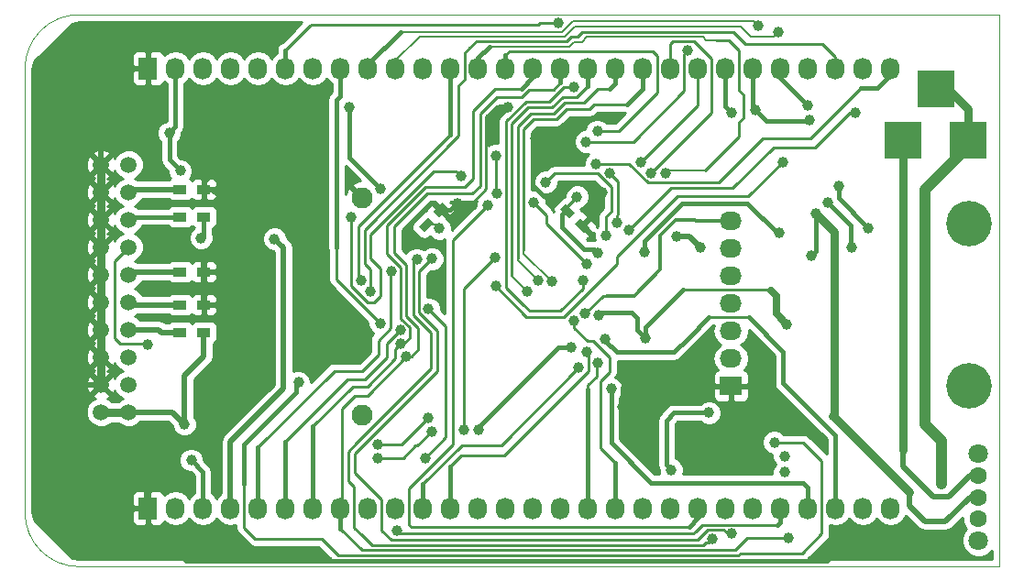
<source format=gbr>
G04 #@! TF.FileFunction,Copper,L2,Bot,Signal*
%FSLAX46Y46*%
G04 Gerber Fmt 4.6, Leading zero omitted, Abs format (unit mm)*
G04 Created by KiCad (PCBNEW (2015-01-16 BZR 5376)-product) date 8/3/2015 4:30:31 PM*
%MOMM*%
G01*
G04 APERTURE LIST*
%ADD10C,0.100000*%
%ADD11R,3.500120X3.500120*%
%ADD12R,2.032000X1.727200*%
%ADD13O,2.032000X1.727200*%
%ADD14C,4.200000*%
%ADD15C,1.948180*%
%ADD16R,1.200000X0.900000*%
%ADD17C,1.600000*%
%ADD18C,1.800000*%
%ADD19C,1.000760*%
%ADD20C,1.506220*%
%ADD21R,1.727200X2.032000*%
%ADD22O,1.727200X2.032000*%
%ADD23C,1.000000*%
%ADD24C,0.254000*%
%ADD25C,0.381000*%
%ADD26C,0.508000*%
%ADD27C,0.304800*%
%ADD28C,0.762000*%
%ADD29C,0.203200*%
%ADD30C,0.635000*%
%ADD31C,1.016000*%
G04 APERTURE END LIST*
D10*
X165000000Y-107000000D02*
X80000000Y-107000000D01*
X80000000Y-56000000D02*
X165000000Y-56000000D01*
X165000000Y-56000000D02*
X165000000Y-107000000D01*
X75000000Y-61000000D02*
X75000000Y-102000000D01*
X80000000Y-56000000D02*
G75*
G03X75000000Y-61000000I0J-5000000D01*
G01*
X75000000Y-102000000D02*
G75*
G03X80000000Y-107000000I5000000J0D01*
G01*
D11*
X156105860Y-67564000D03*
X162105340Y-67564000D03*
X159105600Y-62865000D03*
D12*
X140208000Y-90296000D03*
D13*
X140208000Y-87756000D03*
X140208000Y-85216000D03*
X140208000Y-82676000D03*
X140208000Y-80136000D03*
X140208000Y-77596000D03*
X140208000Y-75056000D03*
D14*
X162208000Y-90296000D03*
X162208000Y-75296000D03*
D15*
X106172000Y-72964040D03*
X106172000Y-92964000D03*
D10*
G36*
X124432320Y-73972150D02*
X124962650Y-73441820D01*
X125811178Y-74290348D01*
X125280848Y-74820678D01*
X124432320Y-73972150D01*
X124432320Y-73972150D01*
G37*
G36*
X125775822Y-75315652D02*
X126306152Y-74785322D01*
X127154680Y-75633850D01*
X126624350Y-76164180D01*
X125775822Y-75315652D01*
X125775822Y-75315652D01*
G37*
G36*
X111881650Y-76100680D02*
X111351320Y-75570350D01*
X112199848Y-74721822D01*
X112730178Y-75252152D01*
X111881650Y-76100680D01*
X111881650Y-76100680D01*
G37*
G36*
X113225152Y-74757178D02*
X112694822Y-74226848D01*
X113543350Y-73378320D01*
X114073680Y-73908650D01*
X113225152Y-74757178D01*
X113225152Y-74757178D01*
G37*
D16*
X89324000Y-85344000D03*
X91524000Y-85344000D03*
X89324000Y-82804000D03*
X91524000Y-82804000D03*
X89324000Y-79756000D03*
X91524000Y-79756000D03*
X89324000Y-74676000D03*
X91524000Y-74676000D03*
X89324000Y-72136000D03*
X91524000Y-72136000D03*
D17*
X163068000Y-98584000D03*
X163068000Y-100584000D03*
X163068000Y-102584000D03*
D18*
X163068000Y-104584000D03*
X163068000Y-96584000D03*
D19*
X145161000Y-96786700D03*
X145161000Y-98285300D03*
D20*
X84582000Y-92710000D03*
X82042000Y-92710000D03*
X84582000Y-90170000D03*
X82042000Y-90170000D03*
X84582000Y-87630000D03*
X82042000Y-87630000D03*
X84582000Y-85090000D03*
X82042000Y-85090000D03*
X84582000Y-82550000D03*
X82042000Y-82550000D03*
X84582000Y-80010000D03*
X82042000Y-80010000D03*
X84582000Y-77470000D03*
X82042000Y-77470000D03*
X84582000Y-74930000D03*
X82042000Y-74930000D03*
X84582000Y-72390000D03*
X82042000Y-72390000D03*
X84582000Y-69850000D03*
X82042000Y-69850000D03*
D21*
X86360000Y-101600000D03*
D22*
X88900000Y-101600000D03*
X91440000Y-101600000D03*
X93980000Y-101600000D03*
X96520000Y-101600000D03*
X99060000Y-101600000D03*
X101600000Y-101600000D03*
X104140000Y-101600000D03*
X106680000Y-101600000D03*
X109220000Y-101600000D03*
X111760000Y-101600000D03*
X114300000Y-101600000D03*
X116840000Y-101600000D03*
X119380000Y-101600000D03*
X121920000Y-101600000D03*
X124460000Y-101600000D03*
X127000000Y-101600000D03*
X129540000Y-101600000D03*
X132080000Y-101600000D03*
X134620000Y-101600000D03*
X137160000Y-101600000D03*
X139700000Y-101600000D03*
X142240000Y-101600000D03*
X144780000Y-101600000D03*
X147320000Y-101600000D03*
X149860000Y-101600000D03*
X152400000Y-101600000D03*
X154940000Y-101600000D03*
D21*
X86360000Y-60960000D03*
D22*
X88900000Y-60960000D03*
X91440000Y-60960000D03*
X93980000Y-60960000D03*
X96520000Y-60960000D03*
X99060000Y-60960000D03*
X101600000Y-60960000D03*
X104140000Y-60960000D03*
X106680000Y-60960000D03*
X109220000Y-60960000D03*
X111760000Y-60960000D03*
X114300000Y-60960000D03*
X116840000Y-60960000D03*
X119380000Y-60960000D03*
X121920000Y-60960000D03*
X124460000Y-60960000D03*
X127000000Y-60960000D03*
X129540000Y-60960000D03*
X132080000Y-60960000D03*
X134620000Y-60960000D03*
X137160000Y-60960000D03*
X139700000Y-60960000D03*
X142240000Y-60960000D03*
X144780000Y-60960000D03*
X147320000Y-60960000D03*
X149860000Y-60960000D03*
X152400000Y-60960000D03*
X154940000Y-60960000D03*
D23*
X144208500Y-95504000D03*
X100266500Y-89979500D03*
X90360500Y-97155000D03*
X126873000Y-79057500D03*
X118491000Y-69024500D03*
X118554500Y-72517000D03*
X121983500Y-73342500D03*
X126746000Y-83629500D03*
X93027500Y-69977000D03*
X94742000Y-77406500D03*
X97091500Y-85407500D03*
X114935000Y-73406000D03*
X128333500Y-72453500D03*
X144208500Y-93853000D03*
X130175000Y-92265500D03*
X132651500Y-93154500D03*
X92710000Y-93535500D03*
X150939500Y-104648000D03*
X147764500Y-94869000D03*
X119570500Y-64516000D03*
X122110500Y-67437000D03*
X115252500Y-70929500D03*
X105156000Y-74676000D03*
X98044000Y-76708000D03*
X148018500Y-74358500D03*
X147637500Y-78232000D03*
X132207000Y-77914500D03*
X144653000Y-76136500D03*
X159639000Y-99314000D03*
X131889500Y-69659500D03*
X134683500Y-98044000D03*
X138176000Y-92773500D03*
X137350500Y-77533500D03*
X135191500Y-76517500D03*
X89725500Y-93853000D03*
X88328500Y-66929000D03*
X89344500Y-70421500D03*
X91249500Y-76644500D03*
X113284000Y-75755500D03*
X125984000Y-72834500D03*
X107823000Y-72072500D03*
X104965500Y-64579500D03*
X127952500Y-83756500D03*
X127889000Y-77978000D03*
X132270500Y-85852000D03*
X145351500Y-84582000D03*
X108839000Y-79692500D03*
X109664500Y-85153500D03*
X109728000Y-86423500D03*
X110236000Y-87566500D03*
X145542000Y-104330500D03*
X126136400Y-88595200D03*
X126873000Y-87185500D03*
X112585500Y-94488000D03*
X107569000Y-96964500D03*
X86296500Y-86487000D03*
X116890800Y-94335600D03*
X125476000Y-86766400D03*
X107569000Y-95694500D03*
X112236250Y-93249750D03*
X115570000Y-94361000D03*
X118427500Y-78422500D03*
X112268000Y-83185000D03*
X106045000Y-80518000D03*
X111950500Y-96964500D03*
X127889000Y-88138000D03*
X134175500Y-70612000D03*
X129641600Y-75234800D03*
X127863600Y-66751200D03*
X129032000Y-70675500D03*
X125730000Y-84264500D03*
X117754400Y-73609200D03*
X138493500Y-104394000D03*
X111188500Y-78613000D03*
X112585500Y-78549500D03*
X140271500Y-103949500D03*
X109372400Y-103632000D03*
X129133600Y-90576400D03*
X128587500Y-85979000D03*
X132842000Y-70612000D03*
X126542800Y-80568800D03*
X125666500Y-62674500D03*
X128676400Y-76403200D03*
X123088400Y-71475600D03*
X126809500Y-67754500D03*
X136207500Y-59309000D03*
X124269500Y-56769000D03*
X107823000Y-84518500D03*
X142430500Y-64833500D03*
X142748000Y-57023000D03*
X152908000Y-75692000D03*
X150177500Y-71818500D03*
X147447000Y-65722500D03*
X144589500Y-57594500D03*
X151384000Y-77470000D03*
X149161500Y-73342500D03*
X147320000Y-64389000D03*
X121412000Y-81597500D03*
X122428000Y-80581500D03*
X123634500Y-80645000D03*
X140271500Y-65024000D03*
X118465600Y-81076800D03*
X144970500Y-69596000D03*
X106934000Y-81534000D03*
X130810000Y-75882500D03*
X151701500Y-65024000D03*
X127762000Y-69786500D03*
D24*
X146748500Y-105791000D02*
X148590000Y-103949500D01*
X148590000Y-103949500D02*
X148590000Y-97218500D01*
X148590000Y-97218500D02*
X146875500Y-95504000D01*
X146875500Y-95504000D02*
X144208500Y-95504000D01*
D25*
X100266500Y-89979500D02*
X100076000Y-90170000D01*
X100076000Y-90170000D02*
X100076000Y-90868500D01*
X100076000Y-90868500D02*
X95250000Y-95694500D01*
X95250000Y-95694500D02*
X95250000Y-99377500D01*
D24*
X95250000Y-103378000D02*
X96266000Y-104394000D01*
X96266000Y-104394000D02*
X96456500Y-104394000D01*
X95250000Y-99377500D02*
X95250000Y-103378000D01*
X141033500Y-105791000D02*
X140906500Y-105918000D01*
X140906500Y-105918000D02*
X103949500Y-105918000D01*
X103949500Y-105918000D02*
X102425500Y-104394000D01*
X102425500Y-104394000D02*
X96456500Y-104394000D01*
X146748500Y-105791000D02*
X141033500Y-105791000D01*
D26*
X84836000Y-74676000D02*
X84582000Y-74930000D01*
D25*
X90360500Y-97155000D02*
X91440000Y-98234500D01*
X91440000Y-98234500D02*
X91440000Y-101600000D01*
X84836000Y-74676000D02*
X84582000Y-74930000D01*
X89324000Y-74676000D02*
X84836000Y-74676000D01*
D24*
X123158250Y-75342750D02*
X123126500Y-75311000D01*
X126873000Y-79057500D02*
X123158250Y-75342750D01*
X118491000Y-72453500D02*
X118491000Y-69024500D01*
X118554500Y-72517000D02*
X118491000Y-72453500D01*
X123158250Y-75342750D02*
X123158250Y-74517250D01*
X123158250Y-74517250D02*
X121983500Y-73342500D01*
X126746000Y-83629500D02*
X128397000Y-81978500D01*
X128397000Y-81978500D02*
X128714500Y-81978500D01*
D27*
X136968500Y-75056000D02*
X140208000Y-75056000D01*
X131254500Y-81978500D02*
X130873500Y-81978500D01*
X133667500Y-79565500D02*
X131254500Y-81978500D01*
X133667500Y-76390500D02*
X133667500Y-79565500D01*
X135128000Y-74930000D02*
X133667500Y-76390500D01*
X136842500Y-74930000D02*
X135128000Y-74930000D01*
X136968500Y-75056000D02*
X136842500Y-74930000D01*
X130873500Y-81978500D02*
X128714500Y-81978500D01*
D28*
X82042000Y-90170000D02*
X82042000Y-87630000D01*
X82042000Y-87630000D02*
X82042000Y-85090000D01*
X82042000Y-85090000D02*
X82042000Y-82550000D01*
X82042000Y-82550000D02*
X82042000Y-80010000D01*
X82042000Y-80010000D02*
X82042000Y-77470000D01*
X82042000Y-77470000D02*
X82042000Y-74930000D01*
X82042000Y-74930000D02*
X82042000Y-72390000D01*
X82042000Y-72390000D02*
X82042000Y-69850000D01*
D26*
X91524000Y-82804000D02*
X91524000Y-79756000D01*
X91524000Y-78719500D02*
X93408500Y-76835000D01*
X93408500Y-76708000D02*
X93408500Y-73215500D01*
X93408500Y-76835000D02*
X93408500Y-76708000D01*
X93408500Y-73215500D02*
X92329000Y-72136000D01*
X92329000Y-72136000D02*
X91524000Y-72136000D01*
X91524000Y-79756000D02*
X91524000Y-78719500D01*
X82042000Y-63373000D02*
X84455000Y-60960000D01*
X84455000Y-60960000D02*
X86360000Y-60960000D01*
X82042000Y-69850000D02*
X82042000Y-63373000D01*
X83883500Y-101600000D02*
X86360000Y-101600000D01*
X79248000Y-96964500D02*
X83883500Y-101600000D01*
X79248000Y-91376500D02*
X79248000Y-96964500D01*
X80454500Y-90170000D02*
X79248000Y-91376500D01*
X82042000Y-90170000D02*
X80454500Y-90170000D01*
D25*
X93027500Y-69977000D02*
X91524000Y-71480500D01*
X91524000Y-71480500D02*
X91524000Y-72136000D01*
X94043500Y-76708000D02*
X94742000Y-77406500D01*
X93408500Y-76708000D02*
X94043500Y-76708000D01*
D26*
X97091500Y-85407500D02*
X94742000Y-83058000D01*
X94742000Y-83058000D02*
X94742000Y-77406500D01*
D25*
X114935000Y-73406000D02*
X114273251Y-74067749D01*
D24*
X127825500Y-74114502D02*
X126465251Y-75474751D01*
X127825500Y-72961500D02*
X127825500Y-74114502D01*
X128333500Y-72453500D02*
X127825500Y-72961500D01*
D25*
X144208500Y-93853000D02*
X144081500Y-93726000D01*
X144081500Y-93726000D02*
X144081500Y-91948000D01*
X144081500Y-91948000D02*
X142429500Y-90296000D01*
X142429500Y-90296000D02*
X140208000Y-90296000D01*
X138365500Y-90296000D02*
X136842500Y-88773000D01*
X136842500Y-88773000D02*
X131889500Y-88773000D01*
X131889500Y-88773000D02*
X130175000Y-90487500D01*
X130175000Y-90487500D02*
X130175000Y-92265500D01*
X140208000Y-90296000D02*
X138365500Y-90296000D01*
X131762500Y-92265500D02*
X132651500Y-93154500D01*
X130175000Y-92265500D02*
X131762500Y-92265500D01*
D29*
X114273251Y-74067749D02*
X114935000Y-73406000D01*
D25*
X113384251Y-74067749D02*
X114273251Y-74067749D01*
D26*
X92710000Y-93535500D02*
X97091500Y-89154000D01*
X97091500Y-89154000D02*
X97091500Y-85407500D01*
D30*
X88836500Y-95694500D02*
X90551000Y-95694500D01*
X86360000Y-98171000D02*
X88836500Y-95694500D01*
X86360000Y-101600000D02*
X86360000Y-98171000D01*
X90551000Y-95694500D02*
X92710000Y-93535500D01*
D25*
X150939500Y-104648000D02*
X149098000Y-106489500D01*
X142430500Y-106489500D02*
X142303500Y-106489500D01*
X149098000Y-106489500D02*
X142430500Y-106489500D01*
X144208500Y-93853000D02*
X146748500Y-93853000D01*
X146748500Y-93853000D02*
X147764500Y-94869000D01*
X89916000Y-106489500D02*
X86360000Y-102933500D01*
X86360000Y-102933500D02*
X86360000Y-101600000D01*
X142430500Y-106489500D02*
X89916000Y-106489500D01*
D24*
X117602000Y-72072500D02*
X117602000Y-70104000D01*
X116268500Y-73406000D02*
X114935000Y-73406000D01*
X117602000Y-70104000D02*
X117602000Y-67881500D01*
X117602000Y-65405000D02*
X117602000Y-67881500D01*
X118554500Y-64452500D02*
X117602000Y-65405000D01*
X119507000Y-64452500D02*
X118554500Y-64452500D01*
X119570500Y-64516000D02*
X119507000Y-64452500D01*
X116268500Y-73406000D02*
X117602000Y-72072500D01*
D25*
X128333500Y-72453500D02*
X128206500Y-72453500D01*
X125666500Y-71501000D02*
X124396500Y-72771000D01*
X127254000Y-71501000D02*
X125666500Y-71501000D01*
X128206500Y-72453500D02*
X127254000Y-71501000D01*
X124396500Y-72771000D02*
X122872500Y-72771000D01*
X122872500Y-72771000D02*
X121856500Y-71755000D01*
X121856500Y-71755000D02*
X121856500Y-67691000D01*
X121856500Y-67691000D02*
X122110500Y-67437000D01*
D24*
X114808000Y-70485000D02*
X112712500Y-70485000D01*
X115252500Y-70929500D02*
X114808000Y-70485000D01*
X106870500Y-77216000D02*
X106870500Y-76327000D01*
X105156000Y-81089500D02*
X105156000Y-74676000D01*
X106616500Y-82550000D02*
X105156000Y-81089500D01*
X107823000Y-81978500D02*
X107251500Y-82550000D01*
X106870500Y-78486000D02*
X106870500Y-77216000D01*
X107251500Y-82550000D02*
X106616500Y-82550000D01*
X107823000Y-79438500D02*
X106870500Y-78486000D01*
X107823000Y-81978500D02*
X107823000Y-79438500D01*
X106870500Y-76327000D02*
X111887000Y-71310500D01*
X112712500Y-70485000D02*
X111887000Y-71310500D01*
D26*
X98044000Y-76708000D02*
X98869500Y-77533500D01*
X98869500Y-77533500D02*
X98869500Y-90551000D01*
X98869500Y-90551000D02*
X93980000Y-95440500D01*
X93980000Y-95440500D02*
X93980000Y-101600000D01*
D28*
X149701250Y-93186250D02*
X149606000Y-93091000D01*
X156654500Y-100139500D02*
X149701250Y-93186250D01*
X149701250Y-76041250D02*
X148018500Y-74358500D01*
X149701250Y-93186250D02*
X149701250Y-79279750D01*
X149701250Y-79279750D02*
X149701250Y-76041250D01*
D25*
X147637500Y-78232000D02*
X148018500Y-77851000D01*
X148018500Y-77851000D02*
X148018500Y-74358500D01*
D26*
X162242500Y-100584000D02*
X160020000Y-102806500D01*
X160020000Y-102806500D02*
X158115000Y-102806500D01*
X158115000Y-102806500D02*
X156654500Y-101346000D01*
X156654500Y-101346000D02*
X156654500Y-100139500D01*
X163068000Y-100584000D02*
X162242500Y-100584000D01*
D28*
X160274000Y-62865000D02*
X159105600Y-62865000D01*
X162105340Y-64696340D02*
X160274000Y-62865000D01*
X162105340Y-67564000D02*
X162105340Y-64696340D01*
D25*
X137287000Y-73406000D02*
X141732000Y-73406000D01*
X141732000Y-73406000D02*
X144462500Y-76136500D01*
X144462500Y-76136500D02*
X144653000Y-76136500D01*
X132207000Y-76898500D02*
X135699500Y-73406000D01*
X135699500Y-73406000D02*
X137287000Y-73406000D01*
X132207000Y-77914500D02*
X132207000Y-76898500D01*
D26*
X158115000Y-91630500D02*
X158115000Y-92011500D01*
D31*
X158115000Y-72199500D02*
X158115000Y-91630500D01*
X162105340Y-68209160D02*
X158115000Y-72199500D01*
D26*
X162105340Y-67564000D02*
X162105340Y-68209160D01*
D31*
X158115000Y-93853000D02*
X159639000Y-95377000D01*
X159639000Y-95377000D02*
X159639000Y-99314000D01*
X158115000Y-91630500D02*
X158115000Y-93853000D01*
D24*
X131889500Y-69659500D02*
X137160000Y-64389000D01*
X137160000Y-64389000D02*
X137160000Y-60960000D01*
D25*
X134683500Y-98044000D02*
X134239000Y-97599500D01*
X134239000Y-97599500D02*
X134239000Y-93472000D01*
X134239000Y-93472000D02*
X134937500Y-92773500D01*
X134937500Y-92773500D02*
X138176000Y-92773500D01*
D26*
X137350500Y-77533500D02*
X136334500Y-76517500D01*
X136334500Y-76517500D02*
X135191500Y-76517500D01*
D28*
X82042000Y-92710000D02*
X84582000Y-92710000D01*
D26*
X88582500Y-92710000D02*
X89725500Y-93853000D01*
X84582000Y-92710000D02*
X88582500Y-92710000D01*
X89725500Y-89344500D02*
X91524000Y-87546000D01*
X91524000Y-87546000D02*
X91524000Y-85344000D01*
X89725500Y-93853000D02*
X89725500Y-89344500D01*
D25*
X88328500Y-66929000D02*
X88900000Y-66357500D01*
X88900000Y-66357500D02*
X88900000Y-60960000D01*
X89344500Y-70421500D02*
X88328500Y-69405500D01*
X88328500Y-69405500D02*
X88328500Y-66929000D01*
X91524000Y-76370000D02*
X91249500Y-76644500D01*
X91524000Y-74676000D02*
X91524000Y-76370000D01*
D29*
X112939751Y-75411251D02*
X112040749Y-75411251D01*
X113284000Y-75755500D02*
X112939751Y-75411251D01*
D24*
X125121749Y-73696751D02*
X125121749Y-74131249D01*
X125984000Y-72834500D02*
X125121749Y-73696751D01*
D25*
X107823000Y-72072500D02*
X104965500Y-69215000D01*
X104965500Y-69215000D02*
X104965500Y-64579500D01*
X124587000Y-74485500D02*
X124587000Y-75628500D01*
X124587000Y-75628500D02*
X126619000Y-77660500D01*
D24*
X126619000Y-77660500D02*
X126682500Y-77660500D01*
D25*
X124941251Y-74131249D02*
X124587000Y-74485500D01*
D24*
X125121749Y-74131249D02*
X124941251Y-74131249D01*
X127952500Y-83756500D02*
X128206500Y-83502500D01*
X127571500Y-77660500D02*
X127889000Y-77978000D01*
D25*
X126619000Y-77660500D02*
X127571500Y-77660500D01*
X131508500Y-85090000D02*
X132270500Y-85852000D01*
X128206500Y-83502500D02*
X131000500Y-83502500D01*
X131000500Y-83502500D02*
X131508500Y-84010500D01*
X131508500Y-84010500D02*
X131508500Y-85090000D01*
X132270500Y-84899500D02*
X135763000Y-81407000D01*
D24*
X135763000Y-81407000D02*
X143827500Y-81407000D01*
X143922750Y-81502250D02*
X143954500Y-81534000D01*
X143827500Y-81407000D02*
X143922750Y-81502250D01*
D25*
X132270500Y-85852000D02*
X132270500Y-84899500D01*
D30*
X144399000Y-81978500D02*
X144399000Y-83629500D01*
X144399000Y-83629500D02*
X145351500Y-84582000D01*
X143922750Y-81502250D02*
X144399000Y-81978500D01*
D28*
X156105860Y-67564000D02*
X156105860Y-96225360D01*
D26*
X160337500Y-100520500D02*
X158877000Y-100520500D01*
X158877000Y-100520500D02*
X156105860Y-97749360D01*
X156105860Y-97749360D02*
X156105860Y-96225360D01*
X162274000Y-98584000D02*
X160337500Y-100520500D01*
X163068000Y-98584000D02*
X162274000Y-98584000D01*
D24*
X108775500Y-79756000D02*
X108839000Y-79692500D01*
X108775500Y-83312000D02*
X108775500Y-84963000D01*
X108775500Y-84963000D02*
X107632500Y-86106000D01*
X107632500Y-86106000D02*
X107632500Y-87439500D01*
X107632500Y-87439500D02*
X106172000Y-88900000D01*
X106172000Y-88900000D02*
X103568500Y-88900000D01*
X103568500Y-88900000D02*
X96520000Y-95948500D01*
D25*
X96520000Y-101600000D02*
X96520000Y-95948500D01*
D24*
X108775500Y-83312000D02*
X108775500Y-79756000D01*
X109664500Y-85153500D02*
X108458000Y-86360000D01*
X108458000Y-86360000D02*
X108458000Y-87693500D01*
X108458000Y-87693500D02*
X106426000Y-89725500D01*
X106426000Y-89725500D02*
X104775000Y-89725500D01*
X104775000Y-89725500D02*
X99060000Y-95440500D01*
D25*
X99060000Y-95440500D02*
X99060000Y-101600000D01*
X101600000Y-94043500D02*
X101600000Y-101600000D01*
D24*
X105283000Y-90360500D02*
X101600000Y-94043500D01*
X106616500Y-90360500D02*
X105283000Y-90360500D01*
X109220000Y-87757000D02*
X106616500Y-90360500D01*
X109220000Y-86931500D02*
X109220000Y-87757000D01*
X109728000Y-86423500D02*
X109220000Y-86931500D01*
X115633500Y-71945500D02*
X116395500Y-71183500D01*
X116395500Y-71183500D02*
X116395500Y-70104000D01*
X108458000Y-77089000D02*
X108458000Y-75501500D01*
X109982000Y-86423500D02*
X110553500Y-85852000D01*
X110553500Y-85852000D02*
X110553500Y-84899500D01*
X110553500Y-84899500D02*
X109728000Y-84074000D01*
X109728000Y-84074000D02*
X109728000Y-79375000D01*
X109728000Y-79375000D02*
X108458000Y-78105000D01*
X108458000Y-78105000D02*
X108458000Y-77089000D01*
X109728000Y-86423500D02*
X109982000Y-86423500D01*
X112014000Y-71945500D02*
X112712500Y-71945500D01*
X108458000Y-75501500D02*
X112014000Y-71945500D01*
X112712500Y-71945500D02*
X115633500Y-71945500D01*
X121920000Y-61785500D02*
X121920000Y-60960000D01*
X116395500Y-70104000D02*
X116395500Y-69215000D01*
X121920000Y-61785500D02*
X121920000Y-60960000D01*
X116395500Y-64897000D02*
X118427500Y-62865000D01*
X118427500Y-62865000D02*
X120840500Y-62865000D01*
D25*
X120840500Y-62865000D02*
X121920000Y-61785500D01*
D24*
X116395500Y-69215000D02*
X116395500Y-64897000D01*
X104267000Y-101473000D02*
X104140000Y-101600000D01*
X110236000Y-87566500D02*
X106616500Y-91186000D01*
X106616500Y-91186000D02*
X105473500Y-91186000D01*
X105473500Y-91186000D02*
X104267000Y-92392500D01*
X104267000Y-92392500D02*
X104267000Y-101473000D01*
X116332000Y-72517000D02*
X117030500Y-71818500D01*
X117030500Y-71818500D02*
X117030500Y-70294500D01*
X109093000Y-77914500D02*
X109093000Y-75565000D01*
X110680500Y-87566500D02*
X111315500Y-86931500D01*
X111315500Y-86931500D02*
X111315500Y-84963000D01*
X111315500Y-84963000D02*
X110236000Y-83883500D01*
X110236000Y-83883500D02*
X110236000Y-79121000D01*
X110236000Y-79121000D02*
X109093000Y-77978000D01*
X109093000Y-77978000D02*
X109093000Y-77914500D01*
X110236000Y-87566500D02*
X110680500Y-87566500D01*
X112141000Y-72517000D02*
X112712500Y-72517000D01*
X109093000Y-75565000D02*
X112141000Y-72517000D01*
X112712500Y-72517000D02*
X116332000Y-72517000D01*
D25*
X124460000Y-62293500D02*
X124460000Y-60960000D01*
D24*
X117030500Y-70294500D02*
X117030500Y-69786500D01*
X124460000Y-62293500D02*
X124460000Y-60960000D01*
X120840500Y-63627000D02*
X121539000Y-62928500D01*
X121539000Y-62928500D02*
X123825000Y-62928500D01*
X123825000Y-62928500D02*
X124460000Y-62293500D01*
X117030500Y-69786500D02*
X117030500Y-68326000D01*
X141732000Y-104330500D02*
X140589000Y-105473500D01*
X140589000Y-105473500D02*
X106108500Y-105473500D01*
X106108500Y-105473500D02*
X104140000Y-103505000D01*
D25*
X104140000Y-103505000D02*
X104140000Y-101600000D01*
D24*
X145542000Y-104330500D02*
X141732000Y-104330500D01*
X117030500Y-65151000D02*
X118554500Y-63627000D01*
X118554500Y-63627000D02*
X120840500Y-63627000D01*
X117030500Y-68326000D02*
X117030500Y-65151000D01*
D25*
X111760000Y-99339400D02*
X111760000Y-101600000D01*
D24*
X115341400Y-95758000D02*
X111760000Y-99339400D01*
X118973600Y-95758000D02*
X115341400Y-95758000D01*
X126136400Y-88595200D02*
X118973600Y-95758000D01*
X127050800Y-88798400D02*
X127050800Y-88900000D01*
X127050800Y-88900000D02*
X119227600Y-96723200D01*
X119227600Y-96723200D02*
X115316000Y-96723200D01*
X115316000Y-96723200D02*
X114300000Y-97739200D01*
D25*
X114300000Y-97739200D02*
X114300000Y-101600000D01*
D24*
X127050800Y-87363300D02*
X127050800Y-88798400D01*
X126873000Y-87185500D02*
X127050800Y-87363300D01*
X112585500Y-94488000D02*
X111252000Y-95821500D01*
X111252000Y-95821500D02*
X111061500Y-95821500D01*
X111061500Y-95821500D02*
X109918500Y-96964500D01*
X109918500Y-96964500D02*
X107569000Y-96964500D01*
X86296500Y-86487000D02*
X86169500Y-86360000D01*
X86169500Y-86360000D02*
X83756500Y-86360000D01*
X83756500Y-86360000D02*
X83248500Y-85852000D01*
X83248500Y-85852000D02*
X83248500Y-78803500D01*
X83248500Y-78803500D02*
X84582000Y-77470000D01*
D25*
X116890800Y-94132400D02*
X124256800Y-86766400D01*
X124256800Y-86766400D02*
X125476000Y-86766400D01*
D24*
X116890800Y-94335600D02*
X116890800Y-94132400D01*
X109791500Y-95694500D02*
X112236250Y-93249750D01*
X109791500Y-95694500D02*
X107569000Y-95694500D01*
D26*
X84836000Y-82804000D02*
X84582000Y-82550000D01*
X89324000Y-82804000D02*
X84836000Y-82804000D01*
D24*
X115506500Y-81597500D02*
X115506500Y-94297500D01*
X115506500Y-94297500D02*
X115570000Y-94361000D01*
X118427500Y-78422500D02*
X115506500Y-81343500D01*
X115506500Y-81343500D02*
X115506500Y-81534000D01*
X113855500Y-92583000D02*
X113855500Y-92710000D01*
X113855500Y-84772500D02*
X113855500Y-92583000D01*
X112268000Y-83185000D02*
X113855500Y-84772500D01*
X105791000Y-80264000D02*
X105791000Y-76771500D01*
X106045000Y-80518000D02*
X105791000Y-80264000D01*
X105791000Y-75565000D02*
X114300000Y-67056000D01*
D25*
X114300000Y-67056000D02*
X114300000Y-60960000D01*
D24*
X105791000Y-76771500D02*
X105791000Y-75565000D01*
X113855500Y-93662500D02*
X113855500Y-93726000D01*
X113855500Y-92583000D02*
X113855500Y-93662500D01*
X113855500Y-95059500D02*
X111950500Y-96964500D01*
X113855500Y-93662500D02*
X113855500Y-95059500D01*
D25*
X127000000Y-90627200D02*
X127000000Y-101600000D01*
D24*
X127000000Y-90233500D02*
X127000000Y-90627200D01*
X127825500Y-89408000D02*
X127000000Y-90233500D01*
X127825500Y-88201500D02*
X127825500Y-89408000D01*
X127889000Y-88138000D02*
X127825500Y-88201500D01*
D29*
X116840000Y-60007500D02*
X116840000Y-60960000D01*
D24*
X137795000Y-70421500D02*
X140970000Y-67246500D01*
D29*
X136525000Y-58064398D02*
X126911102Y-58064398D01*
X126428500Y-58547000D02*
X125666500Y-58547000D01*
X126911102Y-58064398D02*
X126428500Y-58547000D01*
X138811000Y-58356500D02*
X137922000Y-58356500D01*
D24*
X140970000Y-65913000D02*
X141351000Y-65532000D01*
X141351000Y-65532000D02*
X141351000Y-63373000D01*
X141351000Y-63373000D02*
X140970000Y-62992000D01*
X140970000Y-62992000D02*
X140970000Y-59309000D01*
X140970000Y-59309000D02*
X140017500Y-58356500D01*
X140017500Y-58356500D02*
X138811000Y-58356500D01*
X140970000Y-66421000D02*
X140970000Y-66103500D01*
X140970000Y-66103500D02*
X140970000Y-65913000D01*
D29*
X137629898Y-58064398D02*
X136525000Y-58064398D01*
X137922000Y-58356500D02*
X137629898Y-58064398D01*
D25*
X117919500Y-58928000D02*
X116840000Y-60007500D01*
D29*
X125285500Y-58928000D02*
X117919500Y-58928000D01*
X125666500Y-58547000D02*
X125285500Y-58928000D01*
D24*
X140970000Y-67246500D02*
X140970000Y-66421000D01*
D29*
X134175500Y-70612000D02*
X134366000Y-70421500D01*
X134366000Y-70421500D02*
X137795000Y-70421500D01*
D24*
X133400800Y-59804300D02*
X132969000Y-59372500D01*
X127863600Y-66751200D02*
X129844800Y-66751200D01*
D25*
X119380000Y-59740800D02*
X119380000Y-60960000D01*
D24*
X119748300Y-59372500D02*
X119380000Y-59740800D01*
X132969000Y-59372500D02*
X119748300Y-59372500D01*
X133400800Y-63195200D02*
X133400800Y-59944000D01*
X129844800Y-66751200D02*
X133400800Y-63195200D01*
X133400800Y-59944000D02*
X133400800Y-59804300D01*
X129641600Y-75234800D02*
X129806700Y-75234800D01*
X129641600Y-74574400D02*
X129794000Y-74422000D01*
X129794000Y-74422000D02*
X129794000Y-71437500D01*
X129794000Y-71437500D02*
X129032000Y-70675500D01*
X129641600Y-75234800D02*
X129641600Y-74574400D01*
X128968500Y-87757000D02*
X128968500Y-87630000D01*
X125730000Y-84963000D02*
X125730000Y-84264500D01*
X126936500Y-86169500D02*
X125730000Y-84963000D01*
X127508000Y-86169500D02*
X126936500Y-86169500D01*
X128968500Y-87630000D02*
X127508000Y-86169500D01*
X128968500Y-89027000D02*
X128143000Y-89852500D01*
X128143000Y-89852500D02*
X128143000Y-96012000D01*
X128143000Y-96012000D02*
X129540000Y-97409000D01*
D25*
X129540000Y-101600000D02*
X129540000Y-97409000D01*
D24*
X128968500Y-87757000D02*
X128968500Y-89027000D01*
X137160000Y-102514400D02*
X137160000Y-101600000D01*
X110693200Y-103327200D02*
X136347200Y-103327200D01*
X110490000Y-103124000D02*
X110693200Y-103327200D01*
X110490000Y-99822000D02*
X110490000Y-103124000D01*
D25*
X136347200Y-103327200D02*
X137160000Y-102514400D01*
D24*
X114522250Y-95726250D02*
X110490000Y-99758500D01*
X110490000Y-99758500D02*
X110426500Y-99822000D01*
X110426500Y-99822000D02*
X110490000Y-99822000D01*
X114522250Y-94297500D02*
X114522250Y-95726250D01*
X114522250Y-76841350D02*
X117754400Y-73609200D01*
X114522250Y-94297500D02*
X114522250Y-76841350D01*
X138112500Y-104775000D02*
X138493500Y-104394000D01*
X107061000Y-105029000D02*
X106045000Y-104013000D01*
X137604500Y-105029000D02*
X107061000Y-105029000D01*
X137858500Y-104775000D02*
X137604500Y-105029000D01*
X111188500Y-78613000D02*
X110896400Y-78905100D01*
X110896400Y-78905100D02*
X110896400Y-83781900D01*
X105410000Y-100076000D02*
X105410000Y-99631500D01*
X104838500Y-96393000D02*
X105664000Y-95567500D01*
X104838500Y-99060000D02*
X104838500Y-96393000D01*
X105410000Y-99631500D02*
X104838500Y-99060000D01*
X112522000Y-88709500D02*
X105664000Y-95567500D01*
X112522000Y-85407500D02*
X112522000Y-88709500D01*
X110896400Y-83781900D02*
X112522000Y-85407500D01*
X105410000Y-100076000D02*
X105410000Y-103378000D01*
X105410000Y-103378000D02*
X106045000Y-104013000D01*
X137858500Y-104775000D02*
X138112500Y-104775000D01*
X112585500Y-78549500D02*
X111404400Y-79730600D01*
X111404400Y-79730600D02*
X111404400Y-80924400D01*
X107950000Y-100838000D02*
X107950000Y-100774500D01*
X113093500Y-88963500D02*
X113093500Y-88265000D01*
X105473500Y-96583500D02*
X113093500Y-88963500D01*
X105473500Y-98298000D02*
X105473500Y-96583500D01*
X107950000Y-100774500D02*
X105473500Y-98298000D01*
X113093500Y-85204300D02*
X113093500Y-88265000D01*
X111404400Y-83515200D02*
X113093500Y-85204300D01*
X111404400Y-80962500D02*
X111404400Y-83515200D01*
X107950000Y-100838000D02*
X107950000Y-103632000D01*
X107950000Y-103632000D02*
X108839000Y-104521000D01*
X137096500Y-104521000D02*
X137477500Y-104140000D01*
X108839000Y-104521000D02*
X137096500Y-104521000D01*
X137477500Y-104140000D02*
X137604500Y-104013000D01*
X139890500Y-103949500D02*
X139509500Y-103568500D01*
X139509500Y-103568500D02*
X138049000Y-103568500D01*
X138049000Y-103568500D02*
X137604500Y-104013000D01*
X140271500Y-103949500D02*
X139890500Y-103949500D01*
D25*
X144780000Y-102870000D02*
X144526000Y-103124000D01*
D24*
X144526000Y-103124000D02*
X137541000Y-103124000D01*
X137541000Y-103124000D02*
X136937750Y-103727250D01*
D25*
X144780000Y-101600000D02*
X144780000Y-102870000D01*
D24*
X136715500Y-103949500D02*
X109689900Y-103949500D01*
X109689900Y-103949500D02*
X109372400Y-103632000D01*
X136937750Y-103727250D02*
X136715500Y-103949500D01*
D25*
X144653000Y-99250500D02*
X146850100Y-99250500D01*
X146850100Y-99250500D02*
X147320000Y-99720400D01*
X147320000Y-99720400D02*
X147320000Y-101600000D01*
X132842000Y-99250500D02*
X129133600Y-95542100D01*
X129133600Y-95542100D02*
X129133600Y-90576400D01*
X144653000Y-99250500D02*
X132842000Y-99250500D01*
D24*
X128587500Y-85979000D02*
X128587500Y-86106000D01*
D25*
X134937500Y-87185500D02*
X136271000Y-85852000D01*
X129667000Y-87185500D02*
X134937500Y-87185500D01*
X128587500Y-86106000D02*
X129667000Y-87185500D01*
X149860000Y-94881000D02*
X145034000Y-90055000D01*
X138176000Y-83947000D02*
X136271000Y-85852000D01*
X149860000Y-101600000D02*
X149860000Y-94881000D01*
X145034000Y-87122000D02*
X141859000Y-83947000D01*
X145034000Y-90055000D02*
X145034000Y-87122000D01*
D24*
X138176000Y-83947000D02*
X141859000Y-83947000D01*
D26*
X87630000Y-85344000D02*
X87376000Y-85090000D01*
X87376000Y-85090000D02*
X84582000Y-85090000D01*
X89324000Y-85344000D02*
X87630000Y-85344000D01*
D24*
X132842000Y-70612000D02*
X138430000Y-65024000D01*
X138430000Y-65024000D02*
X138430000Y-62611000D01*
X138430000Y-62611000D02*
X138430000Y-62547500D01*
X138430000Y-62611000D02*
X138430000Y-60071000D01*
X138430000Y-60071000D02*
X136829800Y-58470800D01*
X136829800Y-58470800D02*
X134823200Y-58470800D01*
X134823200Y-58470800D02*
X134620000Y-58674000D01*
X134620000Y-58674000D02*
X134620000Y-60960000D01*
D26*
X84836000Y-79756000D02*
X84582000Y-80010000D01*
X89324000Y-79756000D02*
X84836000Y-79756000D01*
X84836000Y-72136000D02*
X84582000Y-72390000D01*
X89324000Y-72136000D02*
X84836000Y-72136000D01*
D24*
X120300750Y-82073750D02*
X119430800Y-81203800D01*
X119430800Y-81203800D02*
X119430800Y-69659500D01*
X120967500Y-82740500D02*
X121602500Y-83375500D01*
X121602500Y-83375500D02*
X124460000Y-83375500D01*
X124460000Y-83375500D02*
X126542800Y-81292700D01*
X126542800Y-81292700D02*
X126542800Y-80568800D01*
X120300750Y-82073750D02*
X120967500Y-82740500D01*
X124777500Y-62674500D02*
X125666500Y-62674500D01*
X123444000Y-64008000D02*
X124777500Y-62674500D01*
X119430800Y-69659500D02*
X119430800Y-68326000D01*
X119430800Y-65862200D02*
X121285000Y-64008000D01*
X121285000Y-64008000D02*
X123444000Y-64008000D01*
X119430800Y-68326000D02*
X119430800Y-65862200D01*
X128676400Y-76403200D02*
X128473200Y-76200000D01*
X128676400Y-76403200D02*
X128676400Y-74866500D01*
X128676400Y-74650600D02*
X129159000Y-74168000D01*
X129159000Y-74168000D02*
X129159000Y-71945500D01*
X129159000Y-71945500D02*
X127889000Y-70675500D01*
X127889000Y-70675500D02*
X123888500Y-70675500D01*
X123888500Y-70675500D02*
X123088400Y-71475600D01*
X128676400Y-74866500D02*
X128676400Y-74650600D01*
X131178300Y-67754500D02*
X135890000Y-63042800D01*
X135890000Y-60502800D02*
X135890000Y-60452000D01*
X135890000Y-63042800D02*
X135890000Y-60502800D01*
X126809500Y-67754500D02*
X131178300Y-67754500D01*
D29*
X101473000Y-56896000D02*
X101346000Y-57023000D01*
X114046000Y-56896000D02*
X101473000Y-56896000D01*
X118046500Y-56896000D02*
X114046000Y-56896000D01*
X101346000Y-57023000D02*
X101320600Y-57023000D01*
D24*
X100838000Y-57505600D02*
X100380800Y-57962800D01*
D25*
X99060000Y-60960000D02*
X99060000Y-59283600D01*
D24*
X101320600Y-57023000D02*
X100838000Y-57505600D01*
X100380800Y-57962800D02*
X99060000Y-59283600D01*
X135890000Y-59626500D02*
X136207500Y-59309000D01*
X122555000Y-56769000D02*
X122428000Y-56896000D01*
X122428000Y-56896000D02*
X101447600Y-56896000D01*
X101447600Y-56896000D02*
X101320600Y-57023000D01*
X124269500Y-56769000D02*
X122555000Y-56769000D01*
X135890000Y-60502800D02*
X135890000Y-59626500D01*
D25*
X103759000Y-63881000D02*
X104140000Y-63500000D01*
X104140000Y-63500000D02*
X104140000Y-60960000D01*
X103759000Y-77470000D02*
X103759000Y-63881000D01*
D24*
X107823000Y-84518500D02*
X103759000Y-80454500D01*
X103759000Y-80454500D02*
X103759000Y-77533500D01*
X142430500Y-64833500D02*
X142240000Y-64643000D01*
D25*
X142240000Y-64643000D02*
X142240000Y-63754000D01*
X142240000Y-63754000D02*
X142240000Y-62865000D01*
X142240000Y-60960000D02*
X142240000Y-62865000D01*
D29*
X106680000Y-60960000D02*
X106680000Y-60579000D01*
D25*
X106680000Y-60579000D02*
X109664500Y-57594500D01*
D29*
X109664500Y-57594500D02*
X121348500Y-57594500D01*
X121348500Y-57594500D02*
X123507500Y-57594500D01*
X142303500Y-56578500D02*
X142748000Y-57023000D01*
X123507500Y-57594500D02*
X124587000Y-57594500D01*
X125603000Y-56578500D02*
X126428500Y-56578500D01*
X124587000Y-57594500D02*
X125603000Y-56578500D01*
X126428500Y-56578500D02*
X142303500Y-56578500D01*
D25*
X152908000Y-75692000D02*
X150177500Y-72961500D01*
X150177500Y-72961500D02*
X150177500Y-71818500D01*
X147447000Y-65722500D02*
X147320000Y-65849500D01*
X147320000Y-65849500D02*
X143446500Y-65849500D01*
X143446500Y-65849500D02*
X142430500Y-64833500D01*
D24*
X109220000Y-60960000D02*
X109220000Y-60325000D01*
D29*
X109220000Y-60960000D02*
X109220000Y-60261500D01*
X141097000Y-57086500D02*
X142049500Y-58039000D01*
X142049500Y-58039000D02*
X144145000Y-58039000D01*
X144145000Y-58039000D02*
X144589500Y-57594500D01*
X111467902Y-58013598D02*
X117856000Y-58013598D01*
X109220000Y-60261500D02*
X111467902Y-58013598D01*
X124863162Y-58013598D02*
X125790260Y-57086500D01*
X125790260Y-57086500D02*
X141097000Y-57086500D01*
X117856000Y-58013598D02*
X124863162Y-58013598D01*
D25*
X144780000Y-61849000D02*
X144780000Y-60960000D01*
X151384000Y-77470000D02*
X151257000Y-77343000D01*
X151257000Y-77343000D02*
X151257000Y-75438000D01*
X151257000Y-75438000D02*
X149161500Y-73342500D01*
X147320000Y-64389000D02*
X144780000Y-61849000D01*
D24*
X119938800Y-72034400D02*
X119938800Y-71983600D01*
X119938800Y-78867000D02*
X119938800Y-80060800D01*
X119938800Y-72034400D02*
X119938800Y-78867000D01*
D29*
X121412000Y-81597500D02*
X119938800Y-80124300D01*
X119938800Y-80124300D02*
X119938800Y-78917800D01*
D24*
X119938800Y-69913500D02*
X119938800Y-72034400D01*
X124650500Y-63627000D02*
X125958600Y-63627000D01*
X123698000Y-64579500D02*
X124650500Y-63627000D01*
D25*
X127000000Y-60960000D02*
X127000000Y-62585600D01*
D24*
X125958600Y-63627000D02*
X127000000Y-62585600D01*
X119938800Y-69913500D02*
X119938800Y-68897500D01*
X119938800Y-66116200D02*
X121475500Y-64579500D01*
X121475500Y-64579500D02*
X123698000Y-64579500D01*
X119938800Y-68897500D02*
X119938800Y-66116200D01*
X120548400Y-78486000D02*
X120548400Y-70485000D01*
X126619000Y-64135000D02*
X127863600Y-62890400D01*
X127863600Y-62890400D02*
X128981200Y-62890400D01*
D25*
X128981200Y-62890400D02*
X129540000Y-62331600D01*
X129540000Y-60960000D02*
X129540000Y-62331600D01*
D29*
X122428000Y-80581500D02*
X120548400Y-78701900D01*
X120548400Y-78701900D02*
X120548400Y-78511400D01*
X120548400Y-78511400D02*
X120523000Y-78486000D01*
X120523000Y-78486000D02*
X120548400Y-78486000D01*
D24*
X123825000Y-65151000D02*
X124841000Y-64135000D01*
X124841000Y-64135000D02*
X126619000Y-64135000D01*
X120548400Y-70485000D02*
X120548400Y-68707000D01*
X120548400Y-66332100D02*
X121729500Y-65151000D01*
X121729500Y-65151000D02*
X123825000Y-65151000D01*
X120548400Y-68707000D02*
X120548400Y-66332100D01*
X121056400Y-77724000D02*
X121056400Y-71056500D01*
D29*
X123634500Y-80645000D02*
X121056400Y-78066900D01*
X121056400Y-78066900D02*
X121056400Y-77762100D01*
D24*
X124079000Y-65659000D02*
X125031500Y-64706500D01*
X127127000Y-64706500D02*
X127165100Y-64706500D01*
X125031500Y-64706500D02*
X127127000Y-64706500D01*
X121056400Y-71056500D02*
X121056400Y-69342000D01*
D25*
X132080000Y-62839600D02*
X132080000Y-60960000D01*
X130606800Y-64312800D02*
X132080000Y-62839600D01*
D24*
X127558800Y-64312800D02*
X130606800Y-64312800D01*
X127165100Y-64706500D02*
X127558800Y-64312800D01*
X127127000Y-64706500D02*
X127165100Y-64706500D01*
X121056400Y-66586100D02*
X121983500Y-65659000D01*
X121983500Y-65659000D02*
X124079000Y-65659000D01*
X121056400Y-69342000D02*
X121056400Y-66586100D01*
D25*
X140271500Y-65024000D02*
X139700000Y-64452500D01*
X139700000Y-64452500D02*
X139700000Y-60960000D01*
D24*
X118465600Y-81076800D02*
X121335800Y-83947000D01*
X121335800Y-83947000D02*
X124790200Y-83947000D01*
X138125200Y-72745600D02*
X141160500Y-72745600D01*
X124790200Y-83947000D02*
X129705100Y-79032100D01*
X129705100Y-78320900D02*
X135280400Y-72745600D01*
X135280400Y-72745600D02*
X138125200Y-72745600D01*
X129705100Y-79032100D02*
X129705100Y-78320900D01*
X141820900Y-72745600D02*
X144970500Y-69596000D01*
X141160500Y-72745600D02*
X141820900Y-72745600D01*
X140462000Y-57594500D02*
X126453900Y-57594500D01*
X126453900Y-57594500D02*
X126034800Y-58013600D01*
X115582700Y-62014100D02*
X115582700Y-59575700D01*
X115582700Y-59575700D02*
X116078000Y-59080400D01*
X116738400Y-58420000D02*
X116078000Y-59080400D01*
X125031500Y-58420000D02*
X116738400Y-58420000D01*
X125437900Y-58013600D02*
X125031500Y-58420000D01*
X126034800Y-58013600D02*
X125437900Y-58013600D01*
X115036600Y-62560200D02*
X115582700Y-62014100D01*
X106934000Y-81534000D02*
X106934000Y-79565500D01*
X106934000Y-79565500D02*
X106362500Y-78994000D01*
X106362500Y-78994000D02*
X106362500Y-76962000D01*
X106362500Y-76962000D02*
X106362500Y-76962000D01*
X106362500Y-75882500D02*
X115036600Y-67208400D01*
X115036600Y-67208400D02*
X115036600Y-62560200D01*
X106362500Y-76962000D02*
X106362500Y-75882500D01*
X149860000Y-59880500D02*
X148653500Y-58674000D01*
X148653500Y-58674000D02*
X141541500Y-58674000D01*
X141541500Y-58674000D02*
X140462000Y-57594500D01*
X149860000Y-60960000D02*
X149860000Y-59880500D01*
X137668000Y-72034400D02*
X137312400Y-72034400D01*
X136880600Y-72034400D02*
X137312400Y-72034400D01*
X137414000Y-72034400D02*
X137668000Y-72034400D01*
X137668000Y-72034400D02*
X140335000Y-72034400D01*
X130810000Y-75882500D02*
X134658100Y-72034400D01*
X134658100Y-72034400D02*
X136880600Y-72034400D01*
X140373100Y-72034400D02*
X144145000Y-68262500D01*
X144145000Y-68262500D02*
X147955000Y-68262500D01*
X147955000Y-68262500D02*
X151193500Y-65024000D01*
X151193500Y-65024000D02*
X151701500Y-65024000D01*
X140335000Y-72034400D02*
X140373100Y-72034400D01*
X154940000Y-61569600D02*
X154940000Y-60960000D01*
D25*
X153708100Y-62801500D02*
X154940000Y-61569600D01*
D24*
X132524500Y-71501000D02*
X130810000Y-69786500D01*
X130810000Y-69786500D02*
X127762000Y-69786500D01*
X135191500Y-71501000D02*
X132524500Y-71501000D01*
X135191500Y-71501000D02*
X137477500Y-71501000D01*
X139065000Y-71501000D02*
X143129000Y-67437000D01*
X143129000Y-67437000D02*
X147574000Y-67437000D01*
X147574000Y-67437000D02*
X152209500Y-62801500D01*
D25*
X152209500Y-62801500D02*
X153708100Y-62801500D01*
D24*
X137477500Y-71501000D02*
X139065000Y-71501000D01*
G36*
X106365747Y-72978182D02*
X106186142Y-73157787D01*
X106172000Y-73143645D01*
X106157857Y-73157787D01*
X105978252Y-72978182D01*
X105992395Y-72964040D01*
X105038217Y-72009862D01*
X104774049Y-72105350D01*
X104584500Y-72617484D01*
X104584500Y-70001433D01*
X105945500Y-71362434D01*
X105790685Y-71368354D01*
X105313310Y-71566089D01*
X105217822Y-71830257D01*
X106172000Y-72784435D01*
X106186142Y-72770292D01*
X106365747Y-72949897D01*
X106351605Y-72964040D01*
X106365747Y-72978182D01*
X106365747Y-72978182D01*
G37*
X106365747Y-72978182D02*
X106186142Y-73157787D01*
X106172000Y-73143645D01*
X106157857Y-73157787D01*
X105978252Y-72978182D01*
X105992395Y-72964040D01*
X105038217Y-72009862D01*
X104774049Y-72105350D01*
X104584500Y-72617484D01*
X104584500Y-70001433D01*
X105945500Y-71362434D01*
X105790685Y-71368354D01*
X105313310Y-71566089D01*
X105217822Y-71830257D01*
X106172000Y-72784435D01*
X106186142Y-72770292D01*
X106365747Y-72949897D01*
X106351605Y-72964040D01*
X106365747Y-72978182D01*
G36*
X107180287Y-85480582D02*
X107093685Y-85567185D01*
X106928504Y-85814395D01*
X106870500Y-86106000D01*
X106870500Y-87123870D01*
X105856370Y-88138000D01*
X103568500Y-88138000D01*
X103276895Y-88196004D01*
X103029684Y-88361185D01*
X101401492Y-89989376D01*
X101401697Y-89754725D01*
X101229267Y-89337414D01*
X100910265Y-89017855D01*
X100493256Y-88844697D01*
X100041725Y-88844303D01*
X99758500Y-88961329D01*
X99758500Y-77533500D01*
X99690829Y-77193294D01*
X99498118Y-76904882D01*
X99179107Y-76585871D01*
X99179197Y-76483225D01*
X99006767Y-76065914D01*
X98687765Y-75746355D01*
X98270756Y-75573197D01*
X97819225Y-75572803D01*
X97401914Y-75745233D01*
X97082355Y-76064235D01*
X96909197Y-76481244D01*
X96908803Y-76932775D01*
X97081233Y-77350086D01*
X97400235Y-77669645D01*
X97817244Y-77842803D01*
X97921658Y-77842894D01*
X97980500Y-77901736D01*
X97980500Y-90182764D01*
X93351382Y-94811882D01*
X93158671Y-95100294D01*
X93091000Y-95440500D01*
X93091000Y-100241546D01*
X92920330Y-100355585D01*
X92710000Y-100670365D01*
X92499670Y-100355585D01*
X92265500Y-100199117D01*
X92265500Y-98234505D01*
X92265500Y-98234500D01*
X92265501Y-98234500D01*
X92202663Y-97918595D01*
X92023717Y-97650784D01*
X92023717Y-97650783D01*
X92023713Y-97650780D01*
X91495529Y-97122595D01*
X91495697Y-96930225D01*
X91323267Y-96512914D01*
X91004265Y-96193355D01*
X90587256Y-96020197D01*
X90135725Y-96019803D01*
X89718414Y-96192233D01*
X89398855Y-96511235D01*
X89225697Y-96928244D01*
X89225303Y-97379775D01*
X89397733Y-97797086D01*
X89716735Y-98116645D01*
X90133744Y-98289803D01*
X90328039Y-98289972D01*
X90614500Y-98576433D01*
X90614500Y-100199117D01*
X90380330Y-100355585D01*
X90170000Y-100670365D01*
X89959670Y-100355585D01*
X89473489Y-100030729D01*
X88900000Y-99916655D01*
X88326511Y-100030729D01*
X87840330Y-100355585D01*
X87825499Y-100377780D01*
X87761927Y-100224302D01*
X87583299Y-100045673D01*
X87349910Y-99949000D01*
X87097291Y-99949000D01*
X86645750Y-99949000D01*
X86487000Y-100107750D01*
X86487000Y-101473000D01*
X86507000Y-101473000D01*
X86507000Y-101727000D01*
X86487000Y-101727000D01*
X86487000Y-103092250D01*
X86645750Y-103251000D01*
X87097291Y-103251000D01*
X87349910Y-103251000D01*
X87583299Y-103154327D01*
X87761927Y-102975698D01*
X87825499Y-102822219D01*
X87840330Y-102844415D01*
X88326511Y-103169271D01*
X88900000Y-103283345D01*
X89473489Y-103169271D01*
X89959670Y-102844415D01*
X90170000Y-102529634D01*
X90380330Y-102844415D01*
X90866511Y-103169271D01*
X91440000Y-103283345D01*
X92013489Y-103169271D01*
X92499670Y-102844415D01*
X92710000Y-102529634D01*
X92920330Y-102844415D01*
X93406511Y-103169271D01*
X93980000Y-103283345D01*
X94488000Y-103182297D01*
X94488000Y-103378000D01*
X94546004Y-103669605D01*
X94711185Y-103916815D01*
X95727185Y-104932815D01*
X95974395Y-105097996D01*
X95974396Y-105097996D01*
X96266000Y-105156000D01*
X96456500Y-105156000D01*
X102109869Y-105156000D01*
X103268869Y-106315000D01*
X86233000Y-106315000D01*
X86233000Y-103092250D01*
X86233000Y-101727000D01*
X86233000Y-101473000D01*
X86233000Y-100107750D01*
X86074250Y-99949000D01*
X85622709Y-99949000D01*
X85370090Y-99949000D01*
X85136701Y-100045673D01*
X84958073Y-100224302D01*
X84861400Y-100457691D01*
X84861400Y-101314250D01*
X85020150Y-101473000D01*
X86233000Y-101473000D01*
X86233000Y-101727000D01*
X85020150Y-101727000D01*
X84861400Y-101885750D01*
X84861400Y-102742309D01*
X84958073Y-102975698D01*
X85136701Y-103154327D01*
X85370090Y-103251000D01*
X85622709Y-103251000D01*
X86074250Y-103251000D01*
X86233000Y-103092250D01*
X86233000Y-106315000D01*
X80067467Y-106315000D01*
X79352361Y-106172756D01*
X75827243Y-102647638D01*
X75685000Y-101932532D01*
X75685000Y-61067467D01*
X75827243Y-60352361D01*
X79352361Y-56827243D01*
X80067467Y-56685000D01*
X100580969Y-56685000D01*
X100299187Y-56966782D01*
X100299184Y-56966785D01*
X99841987Y-57423982D01*
X99841984Y-57423985D01*
X98745265Y-58520704D01*
X98744095Y-58520937D01*
X98476283Y-58699883D01*
X98297337Y-58967695D01*
X98234500Y-59283600D01*
X98234500Y-59559117D01*
X98000330Y-59715585D01*
X97790000Y-60030365D01*
X97579670Y-59715585D01*
X97093489Y-59390729D01*
X96520000Y-59276655D01*
X95946511Y-59390729D01*
X95460330Y-59715585D01*
X95250000Y-60030365D01*
X95039670Y-59715585D01*
X94553489Y-59390729D01*
X93980000Y-59276655D01*
X93406511Y-59390729D01*
X92920330Y-59715585D01*
X92710000Y-60030365D01*
X92499670Y-59715585D01*
X92013489Y-59390729D01*
X91440000Y-59276655D01*
X90866511Y-59390729D01*
X90380330Y-59715585D01*
X90170000Y-60030365D01*
X89959670Y-59715585D01*
X89473489Y-59390729D01*
X88900000Y-59276655D01*
X88326511Y-59390729D01*
X87840330Y-59715585D01*
X87825499Y-59737780D01*
X87761927Y-59584302D01*
X87583299Y-59405673D01*
X87349910Y-59309000D01*
X87097291Y-59309000D01*
X86645750Y-59309000D01*
X86487000Y-59467750D01*
X86487000Y-60833000D01*
X86507000Y-60833000D01*
X86507000Y-61087000D01*
X86487000Y-61087000D01*
X86487000Y-62452250D01*
X86645750Y-62611000D01*
X87097291Y-62611000D01*
X87349910Y-62611000D01*
X87583299Y-62514327D01*
X87761927Y-62335698D01*
X87825499Y-62182219D01*
X87840330Y-62204415D01*
X88074500Y-62360882D01*
X88074500Y-65805878D01*
X87686414Y-65966233D01*
X87366855Y-66285235D01*
X87193697Y-66702244D01*
X87193303Y-67153775D01*
X87365733Y-67571086D01*
X87503000Y-67708592D01*
X87503000Y-69405500D01*
X87565837Y-69721406D01*
X87744783Y-69989217D01*
X88209470Y-70453904D01*
X88209303Y-70646275D01*
X88381733Y-71063586D01*
X88434628Y-71116574D01*
X88269073Y-71225327D01*
X88254443Y-71247000D01*
X86233000Y-71247000D01*
X86233000Y-62452250D01*
X86233000Y-61087000D01*
X86233000Y-60833000D01*
X86233000Y-59467750D01*
X86074250Y-59309000D01*
X85622709Y-59309000D01*
X85370090Y-59309000D01*
X85136701Y-59405673D01*
X84958073Y-59584302D01*
X84861400Y-59817691D01*
X84861400Y-60674250D01*
X85020150Y-60833000D01*
X86233000Y-60833000D01*
X86233000Y-61087000D01*
X85020150Y-61087000D01*
X84861400Y-61245750D01*
X84861400Y-62102309D01*
X84958073Y-62335698D01*
X85136701Y-62514327D01*
X85370090Y-62611000D01*
X85622709Y-62611000D01*
X86074250Y-62611000D01*
X86233000Y-62452250D01*
X86233000Y-71247000D01*
X85402366Y-71247000D01*
X85369328Y-71213904D01*
X85143257Y-71120030D01*
X85367274Y-71027469D01*
X85758096Y-70637328D01*
X85969869Y-70127324D01*
X85970351Y-69575099D01*
X85759469Y-69064726D01*
X85369328Y-68673904D01*
X84859324Y-68462131D01*
X84307099Y-68461649D01*
X83796726Y-68672531D01*
X83405904Y-69062672D01*
X83318617Y-69272880D01*
X83257035Y-69124207D01*
X83015772Y-69055834D01*
X82836166Y-69235439D01*
X82836166Y-68876228D01*
X82767793Y-68634965D01*
X82247572Y-68449704D01*
X81696054Y-68477627D01*
X81316207Y-68634965D01*
X81247834Y-68876228D01*
X82042000Y-69670395D01*
X82836166Y-68876228D01*
X82836166Y-69235439D01*
X82221605Y-69850000D01*
X83015772Y-70644166D01*
X83257035Y-70575793D01*
X83313935Y-70416015D01*
X83404531Y-70635274D01*
X83794672Y-71026096D01*
X84020742Y-71119969D01*
X83796726Y-71212531D01*
X83405904Y-71602672D01*
X83318617Y-71812880D01*
X83257035Y-71664207D01*
X83015772Y-71595834D01*
X82836166Y-71775439D01*
X82836166Y-71416228D01*
X82767793Y-71174965D01*
X82625088Y-71124145D01*
X82767793Y-71065035D01*
X82836166Y-70823772D01*
X82042000Y-70029605D01*
X81862395Y-70209210D01*
X81862395Y-69850000D01*
X81068228Y-69055834D01*
X80826965Y-69124207D01*
X80641704Y-69644428D01*
X80669627Y-70195946D01*
X80826965Y-70575793D01*
X81068228Y-70644166D01*
X81862395Y-69850000D01*
X81862395Y-70209210D01*
X81247834Y-70823772D01*
X81316207Y-71065035D01*
X81458911Y-71115854D01*
X81316207Y-71174965D01*
X81247834Y-71416228D01*
X82042000Y-72210395D01*
X82836166Y-71416228D01*
X82836166Y-71775439D01*
X82221605Y-72390000D01*
X83015772Y-73184166D01*
X83257035Y-73115793D01*
X83313935Y-72956015D01*
X83404531Y-73175274D01*
X83794672Y-73566096D01*
X84020742Y-73659969D01*
X83796726Y-73752531D01*
X83405904Y-74142672D01*
X83318617Y-74352880D01*
X83257035Y-74204207D01*
X83015772Y-74135834D01*
X82836166Y-74315439D01*
X82836166Y-73956228D01*
X82767793Y-73714965D01*
X82625088Y-73664145D01*
X82767793Y-73605035D01*
X82836166Y-73363772D01*
X82042000Y-72569605D01*
X81862395Y-72749210D01*
X81862395Y-72390000D01*
X81068228Y-71595834D01*
X80826965Y-71664207D01*
X80641704Y-72184428D01*
X80669627Y-72735946D01*
X80826965Y-73115793D01*
X81068228Y-73184166D01*
X81862395Y-72390000D01*
X81862395Y-72749210D01*
X81247834Y-73363772D01*
X81316207Y-73605035D01*
X81458911Y-73655854D01*
X81316207Y-73714965D01*
X81247834Y-73956228D01*
X82042000Y-74750395D01*
X82836166Y-73956228D01*
X82836166Y-74315439D01*
X82221605Y-74930000D01*
X83015772Y-75724166D01*
X83257035Y-75655793D01*
X83313935Y-75496015D01*
X83404531Y-75715274D01*
X83794672Y-76106096D01*
X84020742Y-76199969D01*
X83796726Y-76292531D01*
X83405904Y-76682672D01*
X83318617Y-76892880D01*
X83257035Y-76744207D01*
X83015772Y-76675834D01*
X82836166Y-76855439D01*
X82836166Y-76496228D01*
X82767793Y-76254965D01*
X82625088Y-76204145D01*
X82767793Y-76145035D01*
X82836166Y-75903772D01*
X82042000Y-75109605D01*
X81862395Y-75289210D01*
X81862395Y-74930000D01*
X81068228Y-74135834D01*
X80826965Y-74204207D01*
X80641704Y-74724428D01*
X80669627Y-75275946D01*
X80826965Y-75655793D01*
X81068228Y-75724166D01*
X81862395Y-74930000D01*
X81862395Y-75289210D01*
X81247834Y-75903772D01*
X81316207Y-76145035D01*
X81458911Y-76195854D01*
X81316207Y-76254965D01*
X81247834Y-76496228D01*
X82042000Y-77290395D01*
X82836166Y-76496228D01*
X82836166Y-76855439D01*
X82221605Y-77470000D01*
X82235747Y-77484142D01*
X82056142Y-77663747D01*
X82042000Y-77649605D01*
X81862395Y-77829210D01*
X81862395Y-77470000D01*
X81068228Y-76675834D01*
X80826965Y-76744207D01*
X80641704Y-77264428D01*
X80669627Y-77815946D01*
X80826965Y-78195793D01*
X81068228Y-78264166D01*
X81862395Y-77470000D01*
X81862395Y-77829210D01*
X81247834Y-78443772D01*
X81316207Y-78685035D01*
X81458911Y-78735854D01*
X81316207Y-78794965D01*
X81247834Y-79036228D01*
X82042000Y-79830395D01*
X82056142Y-79816252D01*
X82235747Y-79995857D01*
X82221605Y-80010000D01*
X82235747Y-80024142D01*
X82056142Y-80203747D01*
X82042000Y-80189605D01*
X81862395Y-80369210D01*
X81862395Y-80010000D01*
X81068228Y-79215834D01*
X80826965Y-79284207D01*
X80641704Y-79804428D01*
X80669627Y-80355946D01*
X80826965Y-80735793D01*
X81068228Y-80804166D01*
X81862395Y-80010000D01*
X81862395Y-80369210D01*
X81247834Y-80983772D01*
X81316207Y-81225035D01*
X81458911Y-81275854D01*
X81316207Y-81334965D01*
X81247834Y-81576228D01*
X82042000Y-82370395D01*
X82056142Y-82356252D01*
X82235747Y-82535857D01*
X82221605Y-82550000D01*
X82235747Y-82564142D01*
X82056142Y-82743747D01*
X82042000Y-82729605D01*
X81862395Y-82909210D01*
X81862395Y-82550000D01*
X81068228Y-81755834D01*
X80826965Y-81824207D01*
X80641704Y-82344428D01*
X80669627Y-82895946D01*
X80826965Y-83275793D01*
X81068228Y-83344166D01*
X81862395Y-82550000D01*
X81862395Y-82909210D01*
X81247834Y-83523772D01*
X81316207Y-83765035D01*
X81458911Y-83815854D01*
X81316207Y-83874965D01*
X81247834Y-84116228D01*
X82042000Y-84910395D01*
X82056142Y-84896252D01*
X82235747Y-85075857D01*
X82221605Y-85090000D01*
X82235747Y-85104142D01*
X82056142Y-85283747D01*
X82042000Y-85269605D01*
X81862395Y-85449210D01*
X81862395Y-85090000D01*
X81068228Y-84295834D01*
X80826965Y-84364207D01*
X80641704Y-84884428D01*
X80669627Y-85435946D01*
X80826965Y-85815793D01*
X81068228Y-85884166D01*
X81862395Y-85090000D01*
X81862395Y-85449210D01*
X81247834Y-86063772D01*
X81316207Y-86305035D01*
X81458911Y-86355854D01*
X81316207Y-86414965D01*
X81247834Y-86656228D01*
X82042000Y-87450395D01*
X82056142Y-87436252D01*
X82235747Y-87615857D01*
X82221605Y-87630000D01*
X83015772Y-88424166D01*
X83257035Y-88355793D01*
X83313935Y-88196015D01*
X83404531Y-88415274D01*
X83794672Y-88806096D01*
X84020742Y-88899969D01*
X83796726Y-88992531D01*
X83405904Y-89382672D01*
X83318617Y-89592880D01*
X83257035Y-89444207D01*
X83015772Y-89375834D01*
X82836166Y-89555439D01*
X82836166Y-89196228D01*
X82767793Y-88954965D01*
X82625088Y-88904145D01*
X82767793Y-88845035D01*
X82836166Y-88603772D01*
X82042000Y-87809605D01*
X81862395Y-87989210D01*
X81862395Y-87630000D01*
X81068228Y-86835834D01*
X80826965Y-86904207D01*
X80641704Y-87424428D01*
X80669627Y-87975946D01*
X80826965Y-88355793D01*
X81068228Y-88424166D01*
X81862395Y-87630000D01*
X81862395Y-87989210D01*
X81247834Y-88603772D01*
X81316207Y-88845035D01*
X81458911Y-88895854D01*
X81316207Y-88954965D01*
X81247834Y-89196228D01*
X82042000Y-89990395D01*
X82836166Y-89196228D01*
X82836166Y-89555439D01*
X82221605Y-90170000D01*
X83015772Y-90964166D01*
X83257035Y-90895793D01*
X83313935Y-90736015D01*
X83404531Y-90955274D01*
X83794672Y-91346096D01*
X84020742Y-91439969D01*
X83796726Y-91532531D01*
X83634975Y-91694000D01*
X82989145Y-91694000D01*
X82829328Y-91533904D01*
X82619119Y-91446617D01*
X82767793Y-91385035D01*
X82836166Y-91143772D01*
X82042000Y-90349605D01*
X81862395Y-90529210D01*
X81862395Y-90170000D01*
X81068228Y-89375834D01*
X80826965Y-89444207D01*
X80641704Y-89964428D01*
X80669627Y-90515946D01*
X80826965Y-90895793D01*
X81068228Y-90964166D01*
X81862395Y-90170000D01*
X81862395Y-90529210D01*
X81247834Y-91143772D01*
X81316207Y-91385035D01*
X81475984Y-91441935D01*
X81256726Y-91532531D01*
X80865904Y-91922672D01*
X80654131Y-92432676D01*
X80653649Y-92984901D01*
X80864531Y-93495274D01*
X81254672Y-93886096D01*
X81764676Y-94097869D01*
X82316901Y-94098351D01*
X82827274Y-93887469D01*
X82989024Y-93726000D01*
X83634854Y-93726000D01*
X83794672Y-93886096D01*
X84304676Y-94097869D01*
X84856901Y-94098351D01*
X85367274Y-93887469D01*
X85656246Y-93599000D01*
X88214264Y-93599000D01*
X88590392Y-93975128D01*
X88590303Y-94077775D01*
X88762733Y-94495086D01*
X89081735Y-94814645D01*
X89498744Y-94987803D01*
X89950275Y-94988197D01*
X90367586Y-94815767D01*
X90687145Y-94496765D01*
X90860303Y-94079756D01*
X90860697Y-93628225D01*
X90688267Y-93210914D01*
X90614500Y-93137018D01*
X90614500Y-89712736D01*
X92152618Y-88174618D01*
X92345329Y-87886206D01*
X92345329Y-87886205D01*
X92413000Y-87546000D01*
X92413000Y-86363669D01*
X92578927Y-86254673D01*
X92721377Y-86043640D01*
X92771440Y-85794000D01*
X92771440Y-84894000D01*
X92759000Y-84829883D01*
X92759000Y-83380310D01*
X92759000Y-83127691D01*
X92759000Y-83089750D01*
X92759000Y-82518250D01*
X92759000Y-82480309D01*
X92759000Y-82227690D01*
X92759000Y-80332310D01*
X92759000Y-80079691D01*
X92759000Y-80041750D01*
X92759000Y-79470250D01*
X92759000Y-79432309D01*
X92759000Y-79179690D01*
X92662327Y-78946301D01*
X92483698Y-78767673D01*
X92250309Y-78671000D01*
X91809750Y-78671000D01*
X91651000Y-78829750D01*
X91651000Y-79629000D01*
X92600250Y-79629000D01*
X92759000Y-79470250D01*
X92759000Y-80041750D01*
X92600250Y-79883000D01*
X91651000Y-79883000D01*
X91651000Y-80682250D01*
X91809750Y-80841000D01*
X92250309Y-80841000D01*
X92483698Y-80744327D01*
X92662327Y-80565699D01*
X92759000Y-80332310D01*
X92759000Y-82227690D01*
X92662327Y-81994301D01*
X92483698Y-81815673D01*
X92250309Y-81719000D01*
X91809750Y-81719000D01*
X91651000Y-81877750D01*
X91651000Y-82677000D01*
X92600250Y-82677000D01*
X92759000Y-82518250D01*
X92759000Y-83089750D01*
X92600250Y-82931000D01*
X91651000Y-82931000D01*
X91651000Y-83730250D01*
X91809750Y-83889000D01*
X92250309Y-83889000D01*
X92483698Y-83792327D01*
X92662327Y-83613699D01*
X92759000Y-83380310D01*
X92759000Y-84829883D01*
X92724463Y-84651877D01*
X92584673Y-84439073D01*
X92373640Y-84296623D01*
X92124000Y-84246560D01*
X90924000Y-84246560D01*
X90681877Y-84293537D01*
X90469073Y-84433327D01*
X90424386Y-84499528D01*
X90384673Y-84439073D01*
X90173640Y-84296623D01*
X89924000Y-84246560D01*
X88724000Y-84246560D01*
X88481877Y-84293537D01*
X88269073Y-84433327D01*
X88254443Y-84455000D01*
X87995066Y-84455000D01*
X87716206Y-84268671D01*
X87376000Y-84201000D01*
X85655923Y-84201000D01*
X85369328Y-83913904D01*
X85143257Y-83820030D01*
X85367274Y-83727469D01*
X85401803Y-83693000D01*
X88252864Y-83693000D01*
X88263327Y-83708927D01*
X88474360Y-83851377D01*
X88724000Y-83901440D01*
X89924000Y-83901440D01*
X90166123Y-83854463D01*
X90378927Y-83714673D01*
X90422337Y-83650362D01*
X90564302Y-83792327D01*
X90797691Y-83889000D01*
X91238250Y-83889000D01*
X91397000Y-83730250D01*
X91397000Y-82931000D01*
X91377000Y-82931000D01*
X91377000Y-82677000D01*
X91397000Y-82677000D01*
X91397000Y-81877750D01*
X91238250Y-81719000D01*
X90797691Y-81719000D01*
X90564302Y-81815673D01*
X90422823Y-81957150D01*
X90384673Y-81899073D01*
X90173640Y-81756623D01*
X89924000Y-81706560D01*
X88724000Y-81706560D01*
X88481877Y-81753537D01*
X88269073Y-81893327D01*
X88254443Y-81915000D01*
X85821561Y-81915000D01*
X85759469Y-81764726D01*
X85369328Y-81373904D01*
X85143257Y-81280030D01*
X85367274Y-81187469D01*
X85758096Y-80797328D01*
X85821348Y-80645000D01*
X88252864Y-80645000D01*
X88263327Y-80660927D01*
X88474360Y-80803377D01*
X88724000Y-80853440D01*
X89924000Y-80853440D01*
X90166123Y-80806463D01*
X90378927Y-80666673D01*
X90422337Y-80602362D01*
X90564302Y-80744327D01*
X90797691Y-80841000D01*
X91238250Y-80841000D01*
X91397000Y-80682250D01*
X91397000Y-79883000D01*
X91377000Y-79883000D01*
X91377000Y-79629000D01*
X91397000Y-79629000D01*
X91397000Y-78829750D01*
X91238250Y-78671000D01*
X90797691Y-78671000D01*
X90564302Y-78767673D01*
X90422823Y-78909150D01*
X90384673Y-78851073D01*
X90173640Y-78708623D01*
X89924000Y-78658560D01*
X88724000Y-78658560D01*
X88481877Y-78705537D01*
X88269073Y-78845327D01*
X88254443Y-78867000D01*
X85402366Y-78867000D01*
X85369328Y-78833904D01*
X85143257Y-78740030D01*
X85367274Y-78647469D01*
X85758096Y-78257328D01*
X85969869Y-77747324D01*
X85970351Y-77195099D01*
X85759469Y-76684726D01*
X85369328Y-76293904D01*
X85143257Y-76200030D01*
X85367274Y-76107469D01*
X85758096Y-75717328D01*
X85847715Y-75501500D01*
X88211151Y-75501500D01*
X88263327Y-75580927D01*
X88474360Y-75723377D01*
X88724000Y-75773440D01*
X89924000Y-75773440D01*
X90166123Y-75726463D01*
X90378927Y-75586673D01*
X90423613Y-75520471D01*
X90463327Y-75580927D01*
X90610672Y-75680386D01*
X90607414Y-75681733D01*
X90287855Y-76000735D01*
X90114697Y-76417744D01*
X90114303Y-76869275D01*
X90286733Y-77286586D01*
X90605735Y-77606145D01*
X91022744Y-77779303D01*
X91474275Y-77779697D01*
X91891586Y-77607267D01*
X92211145Y-77288265D01*
X92384303Y-76871256D01*
X92384697Y-76419725D01*
X92349500Y-76334542D01*
X92349500Y-75729688D01*
X92366123Y-75726463D01*
X92578927Y-75586673D01*
X92721377Y-75375640D01*
X92771440Y-75126000D01*
X92771440Y-74226000D01*
X92759000Y-74161883D01*
X92759000Y-72712310D01*
X92759000Y-72459691D01*
X92759000Y-72421750D01*
X92759000Y-71850250D01*
X92759000Y-71812309D01*
X92759000Y-71559690D01*
X92662327Y-71326301D01*
X92483698Y-71147673D01*
X92250309Y-71051000D01*
X91809750Y-71051000D01*
X91651000Y-71209750D01*
X91651000Y-72009000D01*
X92600250Y-72009000D01*
X92759000Y-71850250D01*
X92759000Y-72421750D01*
X92600250Y-72263000D01*
X91651000Y-72263000D01*
X91651000Y-73062250D01*
X91809750Y-73221000D01*
X92250309Y-73221000D01*
X92483698Y-73124327D01*
X92662327Y-72945699D01*
X92759000Y-72712310D01*
X92759000Y-74161883D01*
X92724463Y-73983877D01*
X92584673Y-73771073D01*
X92373640Y-73628623D01*
X92124000Y-73578560D01*
X90924000Y-73578560D01*
X90681877Y-73625537D01*
X90469073Y-73765327D01*
X90424386Y-73831528D01*
X90384673Y-73771073D01*
X90173640Y-73628623D01*
X89924000Y-73578560D01*
X88724000Y-73578560D01*
X88481877Y-73625537D01*
X88269073Y-73765327D01*
X88211580Y-73850500D01*
X85465755Y-73850500D01*
X85369328Y-73753904D01*
X85143257Y-73660030D01*
X85367274Y-73567469D01*
X85758096Y-73177328D01*
X85821348Y-73025000D01*
X88252864Y-73025000D01*
X88263327Y-73040927D01*
X88474360Y-73183377D01*
X88724000Y-73233440D01*
X89924000Y-73233440D01*
X90166123Y-73186463D01*
X90378927Y-73046673D01*
X90422337Y-72982362D01*
X90564302Y-73124327D01*
X90797691Y-73221000D01*
X91238250Y-73221000D01*
X91397000Y-73062250D01*
X91397000Y-72263000D01*
X91377000Y-72263000D01*
X91377000Y-72009000D01*
X91397000Y-72009000D01*
X91397000Y-71209750D01*
X91238250Y-71051000D01*
X90797691Y-71051000D01*
X90564302Y-71147673D01*
X90422823Y-71289150D01*
X90384673Y-71231073D01*
X90238731Y-71132560D01*
X90306145Y-71065265D01*
X90479303Y-70648256D01*
X90479697Y-70196725D01*
X90307267Y-69779414D01*
X89988265Y-69459855D01*
X89571256Y-69286697D01*
X89376961Y-69286527D01*
X89154000Y-69063566D01*
X89154000Y-67708672D01*
X89290145Y-67572765D01*
X89463303Y-67155756D01*
X89463472Y-66961461D01*
X89483717Y-66941217D01*
X89662663Y-66673406D01*
X89662663Y-66673405D01*
X89725500Y-66357500D01*
X89725500Y-62360882D01*
X89959670Y-62204415D01*
X90170000Y-61889634D01*
X90380330Y-62204415D01*
X90866511Y-62529271D01*
X91440000Y-62643345D01*
X92013489Y-62529271D01*
X92499670Y-62204415D01*
X92710000Y-61889634D01*
X92920330Y-62204415D01*
X93406511Y-62529271D01*
X93980000Y-62643345D01*
X94553489Y-62529271D01*
X95039670Y-62204415D01*
X95250000Y-61889634D01*
X95460330Y-62204415D01*
X95946511Y-62529271D01*
X96520000Y-62643345D01*
X97093489Y-62529271D01*
X97579670Y-62204415D01*
X97790000Y-61889634D01*
X98000330Y-62204415D01*
X98486511Y-62529271D01*
X99060000Y-62643345D01*
X99633489Y-62529271D01*
X100119670Y-62204415D01*
X100330000Y-61889634D01*
X100540330Y-62204415D01*
X101026511Y-62529271D01*
X101600000Y-62643345D01*
X102173489Y-62529271D01*
X102659670Y-62204415D01*
X102870000Y-61889634D01*
X103080330Y-62204415D01*
X103314500Y-62360882D01*
X103314500Y-63158066D01*
X103175283Y-63297283D01*
X102996337Y-63565094D01*
X102933500Y-63881000D01*
X102933500Y-77470000D01*
X102996337Y-77785905D01*
X102997000Y-77786897D01*
X102997000Y-80454500D01*
X103055004Y-80746105D01*
X103220185Y-80993315D01*
X106688049Y-84461179D01*
X106687803Y-84743275D01*
X106860233Y-85160586D01*
X107179235Y-85480145D01*
X107180287Y-85480582D01*
X107180287Y-85480582D01*
G37*
X107180287Y-85480582D02*
X107093685Y-85567185D01*
X106928504Y-85814395D01*
X106870500Y-86106000D01*
X106870500Y-87123870D01*
X105856370Y-88138000D01*
X103568500Y-88138000D01*
X103276895Y-88196004D01*
X103029684Y-88361185D01*
X101401492Y-89989376D01*
X101401697Y-89754725D01*
X101229267Y-89337414D01*
X100910265Y-89017855D01*
X100493256Y-88844697D01*
X100041725Y-88844303D01*
X99758500Y-88961329D01*
X99758500Y-77533500D01*
X99690829Y-77193294D01*
X99498118Y-76904882D01*
X99179107Y-76585871D01*
X99179197Y-76483225D01*
X99006767Y-76065914D01*
X98687765Y-75746355D01*
X98270756Y-75573197D01*
X97819225Y-75572803D01*
X97401914Y-75745233D01*
X97082355Y-76064235D01*
X96909197Y-76481244D01*
X96908803Y-76932775D01*
X97081233Y-77350086D01*
X97400235Y-77669645D01*
X97817244Y-77842803D01*
X97921658Y-77842894D01*
X97980500Y-77901736D01*
X97980500Y-90182764D01*
X93351382Y-94811882D01*
X93158671Y-95100294D01*
X93091000Y-95440500D01*
X93091000Y-100241546D01*
X92920330Y-100355585D01*
X92710000Y-100670365D01*
X92499670Y-100355585D01*
X92265500Y-100199117D01*
X92265500Y-98234505D01*
X92265500Y-98234500D01*
X92265501Y-98234500D01*
X92202663Y-97918595D01*
X92023717Y-97650784D01*
X92023717Y-97650783D01*
X92023713Y-97650780D01*
X91495529Y-97122595D01*
X91495697Y-96930225D01*
X91323267Y-96512914D01*
X91004265Y-96193355D01*
X90587256Y-96020197D01*
X90135725Y-96019803D01*
X89718414Y-96192233D01*
X89398855Y-96511235D01*
X89225697Y-96928244D01*
X89225303Y-97379775D01*
X89397733Y-97797086D01*
X89716735Y-98116645D01*
X90133744Y-98289803D01*
X90328039Y-98289972D01*
X90614500Y-98576433D01*
X90614500Y-100199117D01*
X90380330Y-100355585D01*
X90170000Y-100670365D01*
X89959670Y-100355585D01*
X89473489Y-100030729D01*
X88900000Y-99916655D01*
X88326511Y-100030729D01*
X87840330Y-100355585D01*
X87825499Y-100377780D01*
X87761927Y-100224302D01*
X87583299Y-100045673D01*
X87349910Y-99949000D01*
X87097291Y-99949000D01*
X86645750Y-99949000D01*
X86487000Y-100107750D01*
X86487000Y-101473000D01*
X86507000Y-101473000D01*
X86507000Y-101727000D01*
X86487000Y-101727000D01*
X86487000Y-103092250D01*
X86645750Y-103251000D01*
X87097291Y-103251000D01*
X87349910Y-103251000D01*
X87583299Y-103154327D01*
X87761927Y-102975698D01*
X87825499Y-102822219D01*
X87840330Y-102844415D01*
X88326511Y-103169271D01*
X88900000Y-103283345D01*
X89473489Y-103169271D01*
X89959670Y-102844415D01*
X90170000Y-102529634D01*
X90380330Y-102844415D01*
X90866511Y-103169271D01*
X91440000Y-103283345D01*
X92013489Y-103169271D01*
X92499670Y-102844415D01*
X92710000Y-102529634D01*
X92920330Y-102844415D01*
X93406511Y-103169271D01*
X93980000Y-103283345D01*
X94488000Y-103182297D01*
X94488000Y-103378000D01*
X94546004Y-103669605D01*
X94711185Y-103916815D01*
X95727185Y-104932815D01*
X95974395Y-105097996D01*
X95974396Y-105097996D01*
X96266000Y-105156000D01*
X96456500Y-105156000D01*
X102109869Y-105156000D01*
X103268869Y-106315000D01*
X86233000Y-106315000D01*
X86233000Y-103092250D01*
X86233000Y-101727000D01*
X86233000Y-101473000D01*
X86233000Y-100107750D01*
X86074250Y-99949000D01*
X85622709Y-99949000D01*
X85370090Y-99949000D01*
X85136701Y-100045673D01*
X84958073Y-100224302D01*
X84861400Y-100457691D01*
X84861400Y-101314250D01*
X85020150Y-101473000D01*
X86233000Y-101473000D01*
X86233000Y-101727000D01*
X85020150Y-101727000D01*
X84861400Y-101885750D01*
X84861400Y-102742309D01*
X84958073Y-102975698D01*
X85136701Y-103154327D01*
X85370090Y-103251000D01*
X85622709Y-103251000D01*
X86074250Y-103251000D01*
X86233000Y-103092250D01*
X86233000Y-106315000D01*
X80067467Y-106315000D01*
X79352361Y-106172756D01*
X75827243Y-102647638D01*
X75685000Y-101932532D01*
X75685000Y-61067467D01*
X75827243Y-60352361D01*
X79352361Y-56827243D01*
X80067467Y-56685000D01*
X100580969Y-56685000D01*
X100299187Y-56966782D01*
X100299184Y-56966785D01*
X99841987Y-57423982D01*
X99841984Y-57423985D01*
X98745265Y-58520704D01*
X98744095Y-58520937D01*
X98476283Y-58699883D01*
X98297337Y-58967695D01*
X98234500Y-59283600D01*
X98234500Y-59559117D01*
X98000330Y-59715585D01*
X97790000Y-60030365D01*
X97579670Y-59715585D01*
X97093489Y-59390729D01*
X96520000Y-59276655D01*
X95946511Y-59390729D01*
X95460330Y-59715585D01*
X95250000Y-60030365D01*
X95039670Y-59715585D01*
X94553489Y-59390729D01*
X93980000Y-59276655D01*
X93406511Y-59390729D01*
X92920330Y-59715585D01*
X92710000Y-60030365D01*
X92499670Y-59715585D01*
X92013489Y-59390729D01*
X91440000Y-59276655D01*
X90866511Y-59390729D01*
X90380330Y-59715585D01*
X90170000Y-60030365D01*
X89959670Y-59715585D01*
X89473489Y-59390729D01*
X88900000Y-59276655D01*
X88326511Y-59390729D01*
X87840330Y-59715585D01*
X87825499Y-59737780D01*
X87761927Y-59584302D01*
X87583299Y-59405673D01*
X87349910Y-59309000D01*
X87097291Y-59309000D01*
X86645750Y-59309000D01*
X86487000Y-59467750D01*
X86487000Y-60833000D01*
X86507000Y-60833000D01*
X86507000Y-61087000D01*
X86487000Y-61087000D01*
X86487000Y-62452250D01*
X86645750Y-62611000D01*
X87097291Y-62611000D01*
X87349910Y-62611000D01*
X87583299Y-62514327D01*
X87761927Y-62335698D01*
X87825499Y-62182219D01*
X87840330Y-62204415D01*
X88074500Y-62360882D01*
X88074500Y-65805878D01*
X87686414Y-65966233D01*
X87366855Y-66285235D01*
X87193697Y-66702244D01*
X87193303Y-67153775D01*
X87365733Y-67571086D01*
X87503000Y-67708592D01*
X87503000Y-69405500D01*
X87565837Y-69721406D01*
X87744783Y-69989217D01*
X88209470Y-70453904D01*
X88209303Y-70646275D01*
X88381733Y-71063586D01*
X88434628Y-71116574D01*
X88269073Y-71225327D01*
X88254443Y-71247000D01*
X86233000Y-71247000D01*
X86233000Y-62452250D01*
X86233000Y-61087000D01*
X86233000Y-60833000D01*
X86233000Y-59467750D01*
X86074250Y-59309000D01*
X85622709Y-59309000D01*
X85370090Y-59309000D01*
X85136701Y-59405673D01*
X84958073Y-59584302D01*
X84861400Y-59817691D01*
X84861400Y-60674250D01*
X85020150Y-60833000D01*
X86233000Y-60833000D01*
X86233000Y-61087000D01*
X85020150Y-61087000D01*
X84861400Y-61245750D01*
X84861400Y-62102309D01*
X84958073Y-62335698D01*
X85136701Y-62514327D01*
X85370090Y-62611000D01*
X85622709Y-62611000D01*
X86074250Y-62611000D01*
X86233000Y-62452250D01*
X86233000Y-71247000D01*
X85402366Y-71247000D01*
X85369328Y-71213904D01*
X85143257Y-71120030D01*
X85367274Y-71027469D01*
X85758096Y-70637328D01*
X85969869Y-70127324D01*
X85970351Y-69575099D01*
X85759469Y-69064726D01*
X85369328Y-68673904D01*
X84859324Y-68462131D01*
X84307099Y-68461649D01*
X83796726Y-68672531D01*
X83405904Y-69062672D01*
X83318617Y-69272880D01*
X83257035Y-69124207D01*
X83015772Y-69055834D01*
X82836166Y-69235439D01*
X82836166Y-68876228D01*
X82767793Y-68634965D01*
X82247572Y-68449704D01*
X81696054Y-68477627D01*
X81316207Y-68634965D01*
X81247834Y-68876228D01*
X82042000Y-69670395D01*
X82836166Y-68876228D01*
X82836166Y-69235439D01*
X82221605Y-69850000D01*
X83015772Y-70644166D01*
X83257035Y-70575793D01*
X83313935Y-70416015D01*
X83404531Y-70635274D01*
X83794672Y-71026096D01*
X84020742Y-71119969D01*
X83796726Y-71212531D01*
X83405904Y-71602672D01*
X83318617Y-71812880D01*
X83257035Y-71664207D01*
X83015772Y-71595834D01*
X82836166Y-71775439D01*
X82836166Y-71416228D01*
X82767793Y-71174965D01*
X82625088Y-71124145D01*
X82767793Y-71065035D01*
X82836166Y-70823772D01*
X82042000Y-70029605D01*
X81862395Y-70209210D01*
X81862395Y-69850000D01*
X81068228Y-69055834D01*
X80826965Y-69124207D01*
X80641704Y-69644428D01*
X80669627Y-70195946D01*
X80826965Y-70575793D01*
X81068228Y-70644166D01*
X81862395Y-69850000D01*
X81862395Y-70209210D01*
X81247834Y-70823772D01*
X81316207Y-71065035D01*
X81458911Y-71115854D01*
X81316207Y-71174965D01*
X81247834Y-71416228D01*
X82042000Y-72210395D01*
X82836166Y-71416228D01*
X82836166Y-71775439D01*
X82221605Y-72390000D01*
X83015772Y-73184166D01*
X83257035Y-73115793D01*
X83313935Y-72956015D01*
X83404531Y-73175274D01*
X83794672Y-73566096D01*
X84020742Y-73659969D01*
X83796726Y-73752531D01*
X83405904Y-74142672D01*
X83318617Y-74352880D01*
X83257035Y-74204207D01*
X83015772Y-74135834D01*
X82836166Y-74315439D01*
X82836166Y-73956228D01*
X82767793Y-73714965D01*
X82625088Y-73664145D01*
X82767793Y-73605035D01*
X82836166Y-73363772D01*
X82042000Y-72569605D01*
X81862395Y-72749210D01*
X81862395Y-72390000D01*
X81068228Y-71595834D01*
X80826965Y-71664207D01*
X80641704Y-72184428D01*
X80669627Y-72735946D01*
X80826965Y-73115793D01*
X81068228Y-73184166D01*
X81862395Y-72390000D01*
X81862395Y-72749210D01*
X81247834Y-73363772D01*
X81316207Y-73605035D01*
X81458911Y-73655854D01*
X81316207Y-73714965D01*
X81247834Y-73956228D01*
X82042000Y-74750395D01*
X82836166Y-73956228D01*
X82836166Y-74315439D01*
X82221605Y-74930000D01*
X83015772Y-75724166D01*
X83257035Y-75655793D01*
X83313935Y-75496015D01*
X83404531Y-75715274D01*
X83794672Y-76106096D01*
X84020742Y-76199969D01*
X83796726Y-76292531D01*
X83405904Y-76682672D01*
X83318617Y-76892880D01*
X83257035Y-76744207D01*
X83015772Y-76675834D01*
X82836166Y-76855439D01*
X82836166Y-76496228D01*
X82767793Y-76254965D01*
X82625088Y-76204145D01*
X82767793Y-76145035D01*
X82836166Y-75903772D01*
X82042000Y-75109605D01*
X81862395Y-75289210D01*
X81862395Y-74930000D01*
X81068228Y-74135834D01*
X80826965Y-74204207D01*
X80641704Y-74724428D01*
X80669627Y-75275946D01*
X80826965Y-75655793D01*
X81068228Y-75724166D01*
X81862395Y-74930000D01*
X81862395Y-75289210D01*
X81247834Y-75903772D01*
X81316207Y-76145035D01*
X81458911Y-76195854D01*
X81316207Y-76254965D01*
X81247834Y-76496228D01*
X82042000Y-77290395D01*
X82836166Y-76496228D01*
X82836166Y-76855439D01*
X82221605Y-77470000D01*
X82235747Y-77484142D01*
X82056142Y-77663747D01*
X82042000Y-77649605D01*
X81862395Y-77829210D01*
X81862395Y-77470000D01*
X81068228Y-76675834D01*
X80826965Y-76744207D01*
X80641704Y-77264428D01*
X80669627Y-77815946D01*
X80826965Y-78195793D01*
X81068228Y-78264166D01*
X81862395Y-77470000D01*
X81862395Y-77829210D01*
X81247834Y-78443772D01*
X81316207Y-78685035D01*
X81458911Y-78735854D01*
X81316207Y-78794965D01*
X81247834Y-79036228D01*
X82042000Y-79830395D01*
X82056142Y-79816252D01*
X82235747Y-79995857D01*
X82221605Y-80010000D01*
X82235747Y-80024142D01*
X82056142Y-80203747D01*
X82042000Y-80189605D01*
X81862395Y-80369210D01*
X81862395Y-80010000D01*
X81068228Y-79215834D01*
X80826965Y-79284207D01*
X80641704Y-79804428D01*
X80669627Y-80355946D01*
X80826965Y-80735793D01*
X81068228Y-80804166D01*
X81862395Y-80010000D01*
X81862395Y-80369210D01*
X81247834Y-80983772D01*
X81316207Y-81225035D01*
X81458911Y-81275854D01*
X81316207Y-81334965D01*
X81247834Y-81576228D01*
X82042000Y-82370395D01*
X82056142Y-82356252D01*
X82235747Y-82535857D01*
X82221605Y-82550000D01*
X82235747Y-82564142D01*
X82056142Y-82743747D01*
X82042000Y-82729605D01*
X81862395Y-82909210D01*
X81862395Y-82550000D01*
X81068228Y-81755834D01*
X80826965Y-81824207D01*
X80641704Y-82344428D01*
X80669627Y-82895946D01*
X80826965Y-83275793D01*
X81068228Y-83344166D01*
X81862395Y-82550000D01*
X81862395Y-82909210D01*
X81247834Y-83523772D01*
X81316207Y-83765035D01*
X81458911Y-83815854D01*
X81316207Y-83874965D01*
X81247834Y-84116228D01*
X82042000Y-84910395D01*
X82056142Y-84896252D01*
X82235747Y-85075857D01*
X82221605Y-85090000D01*
X82235747Y-85104142D01*
X82056142Y-85283747D01*
X82042000Y-85269605D01*
X81862395Y-85449210D01*
X81862395Y-85090000D01*
X81068228Y-84295834D01*
X80826965Y-84364207D01*
X80641704Y-84884428D01*
X80669627Y-85435946D01*
X80826965Y-85815793D01*
X81068228Y-85884166D01*
X81862395Y-85090000D01*
X81862395Y-85449210D01*
X81247834Y-86063772D01*
X81316207Y-86305035D01*
X81458911Y-86355854D01*
X81316207Y-86414965D01*
X81247834Y-86656228D01*
X82042000Y-87450395D01*
X82056142Y-87436252D01*
X82235747Y-87615857D01*
X82221605Y-87630000D01*
X83015772Y-88424166D01*
X83257035Y-88355793D01*
X83313935Y-88196015D01*
X83404531Y-88415274D01*
X83794672Y-88806096D01*
X84020742Y-88899969D01*
X83796726Y-88992531D01*
X83405904Y-89382672D01*
X83318617Y-89592880D01*
X83257035Y-89444207D01*
X83015772Y-89375834D01*
X82836166Y-89555439D01*
X82836166Y-89196228D01*
X82767793Y-88954965D01*
X82625088Y-88904145D01*
X82767793Y-88845035D01*
X82836166Y-88603772D01*
X82042000Y-87809605D01*
X81862395Y-87989210D01*
X81862395Y-87630000D01*
X81068228Y-86835834D01*
X80826965Y-86904207D01*
X80641704Y-87424428D01*
X80669627Y-87975946D01*
X80826965Y-88355793D01*
X81068228Y-88424166D01*
X81862395Y-87630000D01*
X81862395Y-87989210D01*
X81247834Y-88603772D01*
X81316207Y-88845035D01*
X81458911Y-88895854D01*
X81316207Y-88954965D01*
X81247834Y-89196228D01*
X82042000Y-89990395D01*
X82836166Y-89196228D01*
X82836166Y-89555439D01*
X82221605Y-90170000D01*
X83015772Y-90964166D01*
X83257035Y-90895793D01*
X83313935Y-90736015D01*
X83404531Y-90955274D01*
X83794672Y-91346096D01*
X84020742Y-91439969D01*
X83796726Y-91532531D01*
X83634975Y-91694000D01*
X82989145Y-91694000D01*
X82829328Y-91533904D01*
X82619119Y-91446617D01*
X82767793Y-91385035D01*
X82836166Y-91143772D01*
X82042000Y-90349605D01*
X81862395Y-90529210D01*
X81862395Y-90170000D01*
X81068228Y-89375834D01*
X80826965Y-89444207D01*
X80641704Y-89964428D01*
X80669627Y-90515946D01*
X80826965Y-90895793D01*
X81068228Y-90964166D01*
X81862395Y-90170000D01*
X81862395Y-90529210D01*
X81247834Y-91143772D01*
X81316207Y-91385035D01*
X81475984Y-91441935D01*
X81256726Y-91532531D01*
X80865904Y-91922672D01*
X80654131Y-92432676D01*
X80653649Y-92984901D01*
X80864531Y-93495274D01*
X81254672Y-93886096D01*
X81764676Y-94097869D01*
X82316901Y-94098351D01*
X82827274Y-93887469D01*
X82989024Y-93726000D01*
X83634854Y-93726000D01*
X83794672Y-93886096D01*
X84304676Y-94097869D01*
X84856901Y-94098351D01*
X85367274Y-93887469D01*
X85656246Y-93599000D01*
X88214264Y-93599000D01*
X88590392Y-93975128D01*
X88590303Y-94077775D01*
X88762733Y-94495086D01*
X89081735Y-94814645D01*
X89498744Y-94987803D01*
X89950275Y-94988197D01*
X90367586Y-94815767D01*
X90687145Y-94496765D01*
X90860303Y-94079756D01*
X90860697Y-93628225D01*
X90688267Y-93210914D01*
X90614500Y-93137018D01*
X90614500Y-89712736D01*
X92152618Y-88174618D01*
X92345329Y-87886206D01*
X92345329Y-87886205D01*
X92413000Y-87546000D01*
X92413000Y-86363669D01*
X92578927Y-86254673D01*
X92721377Y-86043640D01*
X92771440Y-85794000D01*
X92771440Y-84894000D01*
X92759000Y-84829883D01*
X92759000Y-83380310D01*
X92759000Y-83127691D01*
X92759000Y-83089750D01*
X92759000Y-82518250D01*
X92759000Y-82480309D01*
X92759000Y-82227690D01*
X92759000Y-80332310D01*
X92759000Y-80079691D01*
X92759000Y-80041750D01*
X92759000Y-79470250D01*
X92759000Y-79432309D01*
X92759000Y-79179690D01*
X92662327Y-78946301D01*
X92483698Y-78767673D01*
X92250309Y-78671000D01*
X91809750Y-78671000D01*
X91651000Y-78829750D01*
X91651000Y-79629000D01*
X92600250Y-79629000D01*
X92759000Y-79470250D01*
X92759000Y-80041750D01*
X92600250Y-79883000D01*
X91651000Y-79883000D01*
X91651000Y-80682250D01*
X91809750Y-80841000D01*
X92250309Y-80841000D01*
X92483698Y-80744327D01*
X92662327Y-80565699D01*
X92759000Y-80332310D01*
X92759000Y-82227690D01*
X92662327Y-81994301D01*
X92483698Y-81815673D01*
X92250309Y-81719000D01*
X91809750Y-81719000D01*
X91651000Y-81877750D01*
X91651000Y-82677000D01*
X92600250Y-82677000D01*
X92759000Y-82518250D01*
X92759000Y-83089750D01*
X92600250Y-82931000D01*
X91651000Y-82931000D01*
X91651000Y-83730250D01*
X91809750Y-83889000D01*
X92250309Y-83889000D01*
X92483698Y-83792327D01*
X92662327Y-83613699D01*
X92759000Y-83380310D01*
X92759000Y-84829883D01*
X92724463Y-84651877D01*
X92584673Y-84439073D01*
X92373640Y-84296623D01*
X92124000Y-84246560D01*
X90924000Y-84246560D01*
X90681877Y-84293537D01*
X90469073Y-84433327D01*
X90424386Y-84499528D01*
X90384673Y-84439073D01*
X90173640Y-84296623D01*
X89924000Y-84246560D01*
X88724000Y-84246560D01*
X88481877Y-84293537D01*
X88269073Y-84433327D01*
X88254443Y-84455000D01*
X87995066Y-84455000D01*
X87716206Y-84268671D01*
X87376000Y-84201000D01*
X85655923Y-84201000D01*
X85369328Y-83913904D01*
X85143257Y-83820030D01*
X85367274Y-83727469D01*
X85401803Y-83693000D01*
X88252864Y-83693000D01*
X88263327Y-83708927D01*
X88474360Y-83851377D01*
X88724000Y-83901440D01*
X89924000Y-83901440D01*
X90166123Y-83854463D01*
X90378927Y-83714673D01*
X90422337Y-83650362D01*
X90564302Y-83792327D01*
X90797691Y-83889000D01*
X91238250Y-83889000D01*
X91397000Y-83730250D01*
X91397000Y-82931000D01*
X91377000Y-82931000D01*
X91377000Y-82677000D01*
X91397000Y-82677000D01*
X91397000Y-81877750D01*
X91238250Y-81719000D01*
X90797691Y-81719000D01*
X90564302Y-81815673D01*
X90422823Y-81957150D01*
X90384673Y-81899073D01*
X90173640Y-81756623D01*
X89924000Y-81706560D01*
X88724000Y-81706560D01*
X88481877Y-81753537D01*
X88269073Y-81893327D01*
X88254443Y-81915000D01*
X85821561Y-81915000D01*
X85759469Y-81764726D01*
X85369328Y-81373904D01*
X85143257Y-81280030D01*
X85367274Y-81187469D01*
X85758096Y-80797328D01*
X85821348Y-80645000D01*
X88252864Y-80645000D01*
X88263327Y-80660927D01*
X88474360Y-80803377D01*
X88724000Y-80853440D01*
X89924000Y-80853440D01*
X90166123Y-80806463D01*
X90378927Y-80666673D01*
X90422337Y-80602362D01*
X90564302Y-80744327D01*
X90797691Y-80841000D01*
X91238250Y-80841000D01*
X91397000Y-80682250D01*
X91397000Y-79883000D01*
X91377000Y-79883000D01*
X91377000Y-79629000D01*
X91397000Y-79629000D01*
X91397000Y-78829750D01*
X91238250Y-78671000D01*
X90797691Y-78671000D01*
X90564302Y-78767673D01*
X90422823Y-78909150D01*
X90384673Y-78851073D01*
X90173640Y-78708623D01*
X89924000Y-78658560D01*
X88724000Y-78658560D01*
X88481877Y-78705537D01*
X88269073Y-78845327D01*
X88254443Y-78867000D01*
X85402366Y-78867000D01*
X85369328Y-78833904D01*
X85143257Y-78740030D01*
X85367274Y-78647469D01*
X85758096Y-78257328D01*
X85969869Y-77747324D01*
X85970351Y-77195099D01*
X85759469Y-76684726D01*
X85369328Y-76293904D01*
X85143257Y-76200030D01*
X85367274Y-76107469D01*
X85758096Y-75717328D01*
X85847715Y-75501500D01*
X88211151Y-75501500D01*
X88263327Y-75580927D01*
X88474360Y-75723377D01*
X88724000Y-75773440D01*
X89924000Y-75773440D01*
X90166123Y-75726463D01*
X90378927Y-75586673D01*
X90423613Y-75520471D01*
X90463327Y-75580927D01*
X90610672Y-75680386D01*
X90607414Y-75681733D01*
X90287855Y-76000735D01*
X90114697Y-76417744D01*
X90114303Y-76869275D01*
X90286733Y-77286586D01*
X90605735Y-77606145D01*
X91022744Y-77779303D01*
X91474275Y-77779697D01*
X91891586Y-77607267D01*
X92211145Y-77288265D01*
X92384303Y-76871256D01*
X92384697Y-76419725D01*
X92349500Y-76334542D01*
X92349500Y-75729688D01*
X92366123Y-75726463D01*
X92578927Y-75586673D01*
X92721377Y-75375640D01*
X92771440Y-75126000D01*
X92771440Y-74226000D01*
X92759000Y-74161883D01*
X92759000Y-72712310D01*
X92759000Y-72459691D01*
X92759000Y-72421750D01*
X92759000Y-71850250D01*
X92759000Y-71812309D01*
X92759000Y-71559690D01*
X92662327Y-71326301D01*
X92483698Y-71147673D01*
X92250309Y-71051000D01*
X91809750Y-71051000D01*
X91651000Y-71209750D01*
X91651000Y-72009000D01*
X92600250Y-72009000D01*
X92759000Y-71850250D01*
X92759000Y-72421750D01*
X92600250Y-72263000D01*
X91651000Y-72263000D01*
X91651000Y-73062250D01*
X91809750Y-73221000D01*
X92250309Y-73221000D01*
X92483698Y-73124327D01*
X92662327Y-72945699D01*
X92759000Y-72712310D01*
X92759000Y-74161883D01*
X92724463Y-73983877D01*
X92584673Y-73771073D01*
X92373640Y-73628623D01*
X92124000Y-73578560D01*
X90924000Y-73578560D01*
X90681877Y-73625537D01*
X90469073Y-73765327D01*
X90424386Y-73831528D01*
X90384673Y-73771073D01*
X90173640Y-73628623D01*
X89924000Y-73578560D01*
X88724000Y-73578560D01*
X88481877Y-73625537D01*
X88269073Y-73765327D01*
X88211580Y-73850500D01*
X85465755Y-73850500D01*
X85369328Y-73753904D01*
X85143257Y-73660030D01*
X85367274Y-73567469D01*
X85758096Y-73177328D01*
X85821348Y-73025000D01*
X88252864Y-73025000D01*
X88263327Y-73040927D01*
X88474360Y-73183377D01*
X88724000Y-73233440D01*
X89924000Y-73233440D01*
X90166123Y-73186463D01*
X90378927Y-73046673D01*
X90422337Y-72982362D01*
X90564302Y-73124327D01*
X90797691Y-73221000D01*
X91238250Y-73221000D01*
X91397000Y-73062250D01*
X91397000Y-72263000D01*
X91377000Y-72263000D01*
X91377000Y-72009000D01*
X91397000Y-72009000D01*
X91397000Y-71209750D01*
X91238250Y-71051000D01*
X90797691Y-71051000D01*
X90564302Y-71147673D01*
X90422823Y-71289150D01*
X90384673Y-71231073D01*
X90238731Y-71132560D01*
X90306145Y-71065265D01*
X90479303Y-70648256D01*
X90479697Y-70196725D01*
X90307267Y-69779414D01*
X89988265Y-69459855D01*
X89571256Y-69286697D01*
X89376961Y-69286527D01*
X89154000Y-69063566D01*
X89154000Y-67708672D01*
X89290145Y-67572765D01*
X89463303Y-67155756D01*
X89463472Y-66961461D01*
X89483717Y-66941217D01*
X89662663Y-66673406D01*
X89662663Y-66673405D01*
X89725500Y-66357500D01*
X89725500Y-62360882D01*
X89959670Y-62204415D01*
X90170000Y-61889634D01*
X90380330Y-62204415D01*
X90866511Y-62529271D01*
X91440000Y-62643345D01*
X92013489Y-62529271D01*
X92499670Y-62204415D01*
X92710000Y-61889634D01*
X92920330Y-62204415D01*
X93406511Y-62529271D01*
X93980000Y-62643345D01*
X94553489Y-62529271D01*
X95039670Y-62204415D01*
X95250000Y-61889634D01*
X95460330Y-62204415D01*
X95946511Y-62529271D01*
X96520000Y-62643345D01*
X97093489Y-62529271D01*
X97579670Y-62204415D01*
X97790000Y-61889634D01*
X98000330Y-62204415D01*
X98486511Y-62529271D01*
X99060000Y-62643345D01*
X99633489Y-62529271D01*
X100119670Y-62204415D01*
X100330000Y-61889634D01*
X100540330Y-62204415D01*
X101026511Y-62529271D01*
X101600000Y-62643345D01*
X102173489Y-62529271D01*
X102659670Y-62204415D01*
X102870000Y-61889634D01*
X103080330Y-62204415D01*
X103314500Y-62360882D01*
X103314500Y-63158066D01*
X103175283Y-63297283D01*
X102996337Y-63565094D01*
X102933500Y-63881000D01*
X102933500Y-77470000D01*
X102996337Y-77785905D01*
X102997000Y-77786897D01*
X102997000Y-80454500D01*
X103055004Y-80746105D01*
X103220185Y-80993315D01*
X106688049Y-84461179D01*
X106687803Y-84743275D01*
X106860233Y-85160586D01*
X107179235Y-85480145D01*
X107180287Y-85480582D01*
G36*
X116710840Y-73162707D02*
X116619597Y-73382444D01*
X116619349Y-73666620D01*
X114708680Y-75577289D01*
X114418903Y-75867066D01*
X114419197Y-75530725D01*
X114246767Y-75113414D01*
X113927765Y-74793855D01*
X113896373Y-74780819D01*
X113896373Y-74759476D01*
X113384251Y-74247354D01*
X113370108Y-74261496D01*
X113190503Y-74081891D01*
X113204646Y-74067749D01*
X112692524Y-73555627D01*
X112468017Y-73555627D01*
X112156495Y-73867149D01*
X112059822Y-74100538D01*
X112059822Y-74102351D01*
X111953961Y-74122891D01*
X111742039Y-74264013D01*
X110893511Y-75112541D01*
X110755522Y-75316966D01*
X110703892Y-75566287D01*
X110752389Y-75816237D01*
X110893511Y-76028159D01*
X111423841Y-76558489D01*
X111628266Y-76696478D01*
X111877587Y-76748108D01*
X112127537Y-76699611D01*
X112339459Y-76558489D01*
X112410719Y-76487228D01*
X112640235Y-76717145D01*
X113057244Y-76890303D01*
X113508775Y-76890697D01*
X113772074Y-76781903D01*
X113760250Y-76841350D01*
X113760250Y-83599620D01*
X113402950Y-83242320D01*
X113403197Y-82960225D01*
X113230767Y-82542914D01*
X112911765Y-82223355D01*
X112494756Y-82050197D01*
X112166400Y-82049910D01*
X112166400Y-80962500D01*
X112162610Y-80943450D01*
X112166400Y-80924400D01*
X112166400Y-80046230D01*
X112528179Y-79684450D01*
X112810275Y-79684697D01*
X113227586Y-79512267D01*
X113547145Y-79193265D01*
X113720303Y-78776256D01*
X113720697Y-78324725D01*
X113548267Y-77907414D01*
X113229265Y-77587855D01*
X112812256Y-77414697D01*
X112360725Y-77414303D01*
X111943414Y-77586733D01*
X111855431Y-77674562D01*
X111832265Y-77651355D01*
X111415256Y-77478197D01*
X110963725Y-77477803D01*
X110546414Y-77650233D01*
X110226855Y-77969235D01*
X110207786Y-78015156D01*
X109855000Y-77662370D01*
X109855000Y-75880630D01*
X112456630Y-73279000D01*
X112712500Y-73279000D01*
X112872129Y-73279000D01*
X112872129Y-73376022D01*
X113384251Y-73888144D01*
X113398393Y-73874001D01*
X113577998Y-74053606D01*
X113563856Y-74067749D01*
X114075978Y-74579871D01*
X114300485Y-74579871D01*
X114612007Y-74268349D01*
X114708680Y-74034960D01*
X114708680Y-73782341D01*
X114612008Y-73548952D01*
X114459584Y-73396528D01*
X114235080Y-73396528D01*
X114347332Y-73284276D01*
X114342056Y-73279000D01*
X116332000Y-73279000D01*
X116332000Y-73278999D01*
X116623604Y-73220996D01*
X116623605Y-73220996D01*
X116710840Y-73162707D01*
X116710840Y-73162707D01*
G37*
X116710840Y-73162707D02*
X116619597Y-73382444D01*
X116619349Y-73666620D01*
X114708680Y-75577289D01*
X114418903Y-75867066D01*
X114419197Y-75530725D01*
X114246767Y-75113414D01*
X113927765Y-74793855D01*
X113896373Y-74780819D01*
X113896373Y-74759476D01*
X113384251Y-74247354D01*
X113370108Y-74261496D01*
X113190503Y-74081891D01*
X113204646Y-74067749D01*
X112692524Y-73555627D01*
X112468017Y-73555627D01*
X112156495Y-73867149D01*
X112059822Y-74100538D01*
X112059822Y-74102351D01*
X111953961Y-74122891D01*
X111742039Y-74264013D01*
X110893511Y-75112541D01*
X110755522Y-75316966D01*
X110703892Y-75566287D01*
X110752389Y-75816237D01*
X110893511Y-76028159D01*
X111423841Y-76558489D01*
X111628266Y-76696478D01*
X111877587Y-76748108D01*
X112127537Y-76699611D01*
X112339459Y-76558489D01*
X112410719Y-76487228D01*
X112640235Y-76717145D01*
X113057244Y-76890303D01*
X113508775Y-76890697D01*
X113772074Y-76781903D01*
X113760250Y-76841350D01*
X113760250Y-83599620D01*
X113402950Y-83242320D01*
X113403197Y-82960225D01*
X113230767Y-82542914D01*
X112911765Y-82223355D01*
X112494756Y-82050197D01*
X112166400Y-82049910D01*
X112166400Y-80962500D01*
X112162610Y-80943450D01*
X112166400Y-80924400D01*
X112166400Y-80046230D01*
X112528179Y-79684450D01*
X112810275Y-79684697D01*
X113227586Y-79512267D01*
X113547145Y-79193265D01*
X113720303Y-78776256D01*
X113720697Y-78324725D01*
X113548267Y-77907414D01*
X113229265Y-77587855D01*
X112812256Y-77414697D01*
X112360725Y-77414303D01*
X111943414Y-77586733D01*
X111855431Y-77674562D01*
X111832265Y-77651355D01*
X111415256Y-77478197D01*
X110963725Y-77477803D01*
X110546414Y-77650233D01*
X110226855Y-77969235D01*
X110207786Y-78015156D01*
X109855000Y-77662370D01*
X109855000Y-75880630D01*
X112456630Y-73279000D01*
X112712500Y-73279000D01*
X112872129Y-73279000D01*
X112872129Y-73376022D01*
X113384251Y-73888144D01*
X113398393Y-73874001D01*
X113577998Y-74053606D01*
X113563856Y-74067749D01*
X114075978Y-74579871D01*
X114300485Y-74579871D01*
X114612007Y-74268349D01*
X114708680Y-74034960D01*
X114708680Y-73782341D01*
X114612008Y-73548952D01*
X114459584Y-73396528D01*
X114235080Y-73396528D01*
X114347332Y-73284276D01*
X114342056Y-73279000D01*
X116332000Y-73279000D01*
X116332000Y-73278999D01*
X116623604Y-73220996D01*
X116623605Y-73220996D01*
X116710840Y-73162707D01*
G36*
X119826369Y-64389000D02*
X118891985Y-65323385D01*
X118726804Y-65570595D01*
X118668800Y-65862200D01*
X118668800Y-67889654D01*
X118266225Y-67889303D01*
X117848914Y-68061733D01*
X117792500Y-68118048D01*
X117792500Y-65466630D01*
X118870130Y-64389000D01*
X119826369Y-64389000D01*
X119826369Y-64389000D01*
G37*
X119826369Y-64389000D02*
X118891985Y-65323385D01*
X118726804Y-65570595D01*
X118668800Y-65862200D01*
X118668800Y-67889654D01*
X118266225Y-67889303D01*
X117848914Y-68061733D01*
X117792500Y-68118048D01*
X117792500Y-65466630D01*
X118870130Y-64389000D01*
X119826369Y-64389000D01*
G36*
X128397000Y-73852369D02*
X128137585Y-74111785D01*
X127972404Y-74358995D01*
X127914400Y-74650600D01*
X127914400Y-74866500D01*
X127914400Y-75560137D01*
X127789680Y-75684640D01*
X127789680Y-75507540D01*
X127693007Y-75274151D01*
X127381485Y-74962629D01*
X127156978Y-74962629D01*
X126644856Y-75474751D01*
X127316077Y-76145972D01*
X127540584Y-76145972D01*
X127563954Y-76122601D01*
X127541597Y-76176444D01*
X127541203Y-76627975D01*
X127631691Y-76846972D01*
X127571500Y-76835000D01*
X126960934Y-76835000D01*
X126874017Y-76748083D01*
X126984048Y-76702508D01*
X127136472Y-76550084D01*
X127136472Y-76325577D01*
X126465251Y-75654356D01*
X126451108Y-75668498D01*
X126271503Y-75488893D01*
X126285646Y-75474751D01*
X126271503Y-75460608D01*
X126451108Y-75281003D01*
X126465251Y-75295146D01*
X126977373Y-74783024D01*
X126977373Y-74558517D01*
X126665851Y-74246995D01*
X126432462Y-74150322D01*
X126430648Y-74150322D01*
X126410109Y-74044461D01*
X126327621Y-73920590D01*
X126626086Y-73797267D01*
X126945645Y-73478265D01*
X127118803Y-73061256D01*
X127119197Y-72609725D01*
X126946767Y-72192414D01*
X126627765Y-71872855D01*
X126210756Y-71699697D01*
X125759225Y-71699303D01*
X125341914Y-71871733D01*
X125022355Y-72190735D01*
X124849197Y-72607744D01*
X124849014Y-72817228D01*
X124716763Y-72842889D01*
X124504841Y-72984011D01*
X123974511Y-73514341D01*
X123836522Y-73718766D01*
X123784892Y-73968087D01*
X123823660Y-74167897D01*
X123697065Y-73978435D01*
X123697065Y-73978434D01*
X123118450Y-73399820D01*
X123118697Y-73117725D01*
X122946267Y-72700414D01*
X122852709Y-72606692D01*
X122861644Y-72610403D01*
X123313175Y-72610797D01*
X123730486Y-72438367D01*
X124050045Y-72119365D01*
X124223203Y-71702356D01*
X124223434Y-71437500D01*
X127573369Y-71437500D01*
X128397000Y-72261130D01*
X128397000Y-73852369D01*
X128397000Y-73852369D01*
G37*
X128397000Y-73852369D02*
X128137585Y-74111785D01*
X127972404Y-74358995D01*
X127914400Y-74650600D01*
X127914400Y-74866500D01*
X127914400Y-75560137D01*
X127789680Y-75684640D01*
X127789680Y-75507540D01*
X127693007Y-75274151D01*
X127381485Y-74962629D01*
X127156978Y-74962629D01*
X126644856Y-75474751D01*
X127316077Y-76145972D01*
X127540584Y-76145972D01*
X127563954Y-76122601D01*
X127541597Y-76176444D01*
X127541203Y-76627975D01*
X127631691Y-76846972D01*
X127571500Y-76835000D01*
X126960934Y-76835000D01*
X126874017Y-76748083D01*
X126984048Y-76702508D01*
X127136472Y-76550084D01*
X127136472Y-76325577D01*
X126465251Y-75654356D01*
X126451108Y-75668498D01*
X126271503Y-75488893D01*
X126285646Y-75474751D01*
X126271503Y-75460608D01*
X126451108Y-75281003D01*
X126465251Y-75295146D01*
X126977373Y-74783024D01*
X126977373Y-74558517D01*
X126665851Y-74246995D01*
X126432462Y-74150322D01*
X126430648Y-74150322D01*
X126410109Y-74044461D01*
X126327621Y-73920590D01*
X126626086Y-73797267D01*
X126945645Y-73478265D01*
X127118803Y-73061256D01*
X127119197Y-72609725D01*
X126946767Y-72192414D01*
X126627765Y-71872855D01*
X126210756Y-71699697D01*
X125759225Y-71699303D01*
X125341914Y-71871733D01*
X125022355Y-72190735D01*
X124849197Y-72607744D01*
X124849014Y-72817228D01*
X124716763Y-72842889D01*
X124504841Y-72984011D01*
X123974511Y-73514341D01*
X123836522Y-73718766D01*
X123784892Y-73968087D01*
X123823660Y-74167897D01*
X123697065Y-73978435D01*
X123697065Y-73978434D01*
X123118450Y-73399820D01*
X123118697Y-73117725D01*
X122946267Y-72700414D01*
X122852709Y-72606692D01*
X122861644Y-72610403D01*
X123313175Y-72610797D01*
X123730486Y-72438367D01*
X124050045Y-72119365D01*
X124223203Y-71702356D01*
X124223434Y-71437500D01*
X127573369Y-71437500D01*
X128397000Y-72261130D01*
X128397000Y-73852369D01*
G36*
X130417686Y-65100683D02*
X129529169Y-65989200D01*
X128706662Y-65989200D01*
X128507365Y-65789555D01*
X128090356Y-65616397D01*
X127638825Y-65616003D01*
X127221514Y-65788433D01*
X126901955Y-66107435D01*
X126728797Y-66524444D01*
X126728714Y-66619428D01*
X126584725Y-66619303D01*
X126167414Y-66791733D01*
X125847855Y-67110735D01*
X125674697Y-67527744D01*
X125674303Y-67979275D01*
X125846733Y-68396586D01*
X126165735Y-68716145D01*
X126582744Y-68889303D01*
X127034275Y-68889697D01*
X127067648Y-68875907D01*
X126800355Y-69142735D01*
X126627197Y-69559744D01*
X126626888Y-69913500D01*
X123888500Y-69913500D01*
X123596895Y-69971504D01*
X123349684Y-70136685D01*
X123145720Y-70340649D01*
X122863625Y-70340403D01*
X122446314Y-70512833D01*
X122126755Y-70831835D01*
X121953597Y-71248844D01*
X121953203Y-71700375D01*
X122125633Y-72117686D01*
X122219190Y-72211407D01*
X122210256Y-72207697D01*
X121818400Y-72207355D01*
X121818400Y-71056500D01*
X121818400Y-69342000D01*
X121818400Y-66901730D01*
X122299130Y-66421000D01*
X124079000Y-66421000D01*
X124079000Y-66420999D01*
X124370604Y-66362996D01*
X124370605Y-66362996D01*
X124617815Y-66197815D01*
X125347130Y-65468500D01*
X127127000Y-65468500D01*
X127165100Y-65468500D01*
X127165100Y-65468499D01*
X127456704Y-65410496D01*
X127456705Y-65410496D01*
X127703915Y-65245315D01*
X127874430Y-65074800D01*
X130289901Y-65074800D01*
X130290894Y-65075463D01*
X130417686Y-65100683D01*
X130417686Y-65100683D01*
G37*
X130417686Y-65100683D02*
X129529169Y-65989200D01*
X128706662Y-65989200D01*
X128507365Y-65789555D01*
X128090356Y-65616397D01*
X127638825Y-65616003D01*
X127221514Y-65788433D01*
X126901955Y-66107435D01*
X126728797Y-66524444D01*
X126728714Y-66619428D01*
X126584725Y-66619303D01*
X126167414Y-66791733D01*
X125847855Y-67110735D01*
X125674697Y-67527744D01*
X125674303Y-67979275D01*
X125846733Y-68396586D01*
X126165735Y-68716145D01*
X126582744Y-68889303D01*
X127034275Y-68889697D01*
X127067648Y-68875907D01*
X126800355Y-69142735D01*
X126627197Y-69559744D01*
X126626888Y-69913500D01*
X123888500Y-69913500D01*
X123596895Y-69971504D01*
X123349684Y-70136685D01*
X123145720Y-70340649D01*
X122863625Y-70340403D01*
X122446314Y-70512833D01*
X122126755Y-70831835D01*
X121953597Y-71248844D01*
X121953203Y-71700375D01*
X122125633Y-72117686D01*
X122219190Y-72211407D01*
X122210256Y-72207697D01*
X121818400Y-72207355D01*
X121818400Y-71056500D01*
X121818400Y-69342000D01*
X121818400Y-66901730D01*
X122299130Y-66421000D01*
X124079000Y-66421000D01*
X124079000Y-66420999D01*
X124370604Y-66362996D01*
X124370605Y-66362996D01*
X124617815Y-66197815D01*
X125347130Y-65468500D01*
X127127000Y-65468500D01*
X127165100Y-65468500D01*
X127165100Y-65468499D01*
X127456704Y-65410496D01*
X127456705Y-65410496D01*
X127703915Y-65245315D01*
X127874430Y-65074800D01*
X130289901Y-65074800D01*
X130290894Y-65075463D01*
X130417686Y-65100683D01*
G36*
X149034500Y-96585370D02*
X147414315Y-94965185D01*
X147167105Y-94800004D01*
X146875500Y-94742000D01*
X145051562Y-94742000D01*
X144852265Y-94542355D01*
X144435256Y-94369197D01*
X143983725Y-94368803D01*
X143566414Y-94541233D01*
X143246855Y-94860235D01*
X143073697Y-95277244D01*
X143073303Y-95728775D01*
X143245733Y-96146086D01*
X143564735Y-96465645D01*
X143981744Y-96638803D01*
X144025749Y-96638841D01*
X144025424Y-97011550D01*
X144197911Y-97429001D01*
X144304629Y-97535906D01*
X144199033Y-97641319D01*
X144025818Y-98058468D01*
X144025498Y-98425000D01*
X141859000Y-98425000D01*
X141859000Y-91285910D01*
X141859000Y-91033291D01*
X141859000Y-90581750D01*
X141700250Y-90423000D01*
X140335000Y-90423000D01*
X140335000Y-91635850D01*
X140493750Y-91794600D01*
X141350309Y-91794600D01*
X141583698Y-91697927D01*
X141762327Y-91519299D01*
X141859000Y-91285910D01*
X141859000Y-98425000D01*
X140081000Y-98425000D01*
X140081000Y-91635850D01*
X140081000Y-90423000D01*
X138715750Y-90423000D01*
X138557000Y-90581750D01*
X138557000Y-91033291D01*
X138557000Y-91285910D01*
X138653673Y-91519299D01*
X138832302Y-91697927D01*
X139065691Y-91794600D01*
X139922250Y-91794600D01*
X140081000Y-91635850D01*
X140081000Y-98425000D01*
X135754255Y-98425000D01*
X135818303Y-98270756D01*
X135818697Y-97819225D01*
X135646267Y-97401914D01*
X135327265Y-97082355D01*
X135064500Y-96973244D01*
X135064500Y-93813934D01*
X135279433Y-93599000D01*
X137396327Y-93599000D01*
X137532235Y-93735145D01*
X137949244Y-93908303D01*
X138400775Y-93908697D01*
X138818086Y-93736267D01*
X139137645Y-93417265D01*
X139310803Y-93000256D01*
X139311197Y-92548725D01*
X139138767Y-92131414D01*
X138819765Y-91811855D01*
X138402756Y-91638697D01*
X137951225Y-91638303D01*
X137533914Y-91810733D01*
X137396407Y-91948000D01*
X134937500Y-91948000D01*
X134621594Y-92010837D01*
X134353783Y-92189783D01*
X133655283Y-92888283D01*
X133476337Y-93156094D01*
X133413500Y-93472000D01*
X133413500Y-97599500D01*
X133476337Y-97915406D01*
X133548517Y-98023430D01*
X133548303Y-98268775D01*
X133612854Y-98425000D01*
X133183933Y-98425000D01*
X129959100Y-95200166D01*
X129959100Y-91356072D01*
X130095245Y-91220165D01*
X130268403Y-90803156D01*
X130268797Y-90351625D01*
X130096367Y-89934314D01*
X129777365Y-89614755D01*
X129540370Y-89516345D01*
X129672496Y-89318605D01*
X129730499Y-89027000D01*
X129730500Y-89027000D01*
X129730500Y-88011000D01*
X134937500Y-88011000D01*
X135253405Y-87948163D01*
X135253406Y-87948163D01*
X135521217Y-87769217D01*
X136854713Y-86435719D01*
X136854717Y-86435717D01*
X136854717Y-86435716D01*
X138581434Y-84709000D01*
X138625503Y-84709000D01*
X138524655Y-85216000D01*
X138638729Y-85789489D01*
X138963585Y-86275670D01*
X139278365Y-86486000D01*
X138963585Y-86696330D01*
X138638729Y-87182511D01*
X138524655Y-87756000D01*
X138638729Y-88329489D01*
X138963585Y-88815670D01*
X138985780Y-88830500D01*
X138832302Y-88894073D01*
X138653673Y-89072701D01*
X138557000Y-89306090D01*
X138557000Y-89558709D01*
X138557000Y-90010250D01*
X138715750Y-90169000D01*
X140081000Y-90169000D01*
X140081000Y-90149000D01*
X140335000Y-90149000D01*
X140335000Y-90169000D01*
X141700250Y-90169000D01*
X141859000Y-90010250D01*
X141859000Y-89558709D01*
X141859000Y-89306090D01*
X141762327Y-89072701D01*
X141583698Y-88894073D01*
X141430219Y-88830500D01*
X141452415Y-88815670D01*
X141777271Y-88329489D01*
X141891345Y-87756000D01*
X141777271Y-87182511D01*
X141452415Y-86696330D01*
X141137634Y-86486000D01*
X141452415Y-86275670D01*
X141777271Y-85789489D01*
X141891345Y-85216000D01*
X141874157Y-85129591D01*
X144208500Y-87463934D01*
X144208500Y-90055000D01*
X144271337Y-90370906D01*
X144450283Y-90638717D01*
X149034500Y-95222933D01*
X149034500Y-96585370D01*
X149034500Y-96585370D01*
G37*
X149034500Y-96585370D02*
X147414315Y-94965185D01*
X147167105Y-94800004D01*
X146875500Y-94742000D01*
X145051562Y-94742000D01*
X144852265Y-94542355D01*
X144435256Y-94369197D01*
X143983725Y-94368803D01*
X143566414Y-94541233D01*
X143246855Y-94860235D01*
X143073697Y-95277244D01*
X143073303Y-95728775D01*
X143245733Y-96146086D01*
X143564735Y-96465645D01*
X143981744Y-96638803D01*
X144025749Y-96638841D01*
X144025424Y-97011550D01*
X144197911Y-97429001D01*
X144304629Y-97535906D01*
X144199033Y-97641319D01*
X144025818Y-98058468D01*
X144025498Y-98425000D01*
X141859000Y-98425000D01*
X141859000Y-91285910D01*
X141859000Y-91033291D01*
X141859000Y-90581750D01*
X141700250Y-90423000D01*
X140335000Y-90423000D01*
X140335000Y-91635850D01*
X140493750Y-91794600D01*
X141350309Y-91794600D01*
X141583698Y-91697927D01*
X141762327Y-91519299D01*
X141859000Y-91285910D01*
X141859000Y-98425000D01*
X140081000Y-98425000D01*
X140081000Y-91635850D01*
X140081000Y-90423000D01*
X138715750Y-90423000D01*
X138557000Y-90581750D01*
X138557000Y-91033291D01*
X138557000Y-91285910D01*
X138653673Y-91519299D01*
X138832302Y-91697927D01*
X139065691Y-91794600D01*
X139922250Y-91794600D01*
X140081000Y-91635850D01*
X140081000Y-98425000D01*
X135754255Y-98425000D01*
X135818303Y-98270756D01*
X135818697Y-97819225D01*
X135646267Y-97401914D01*
X135327265Y-97082355D01*
X135064500Y-96973244D01*
X135064500Y-93813934D01*
X135279433Y-93599000D01*
X137396327Y-93599000D01*
X137532235Y-93735145D01*
X137949244Y-93908303D01*
X138400775Y-93908697D01*
X138818086Y-93736267D01*
X139137645Y-93417265D01*
X139310803Y-93000256D01*
X139311197Y-92548725D01*
X139138767Y-92131414D01*
X138819765Y-91811855D01*
X138402756Y-91638697D01*
X137951225Y-91638303D01*
X137533914Y-91810733D01*
X137396407Y-91948000D01*
X134937500Y-91948000D01*
X134621594Y-92010837D01*
X134353783Y-92189783D01*
X133655283Y-92888283D01*
X133476337Y-93156094D01*
X133413500Y-93472000D01*
X133413500Y-97599500D01*
X133476337Y-97915406D01*
X133548517Y-98023430D01*
X133548303Y-98268775D01*
X133612854Y-98425000D01*
X133183933Y-98425000D01*
X129959100Y-95200166D01*
X129959100Y-91356072D01*
X130095245Y-91220165D01*
X130268403Y-90803156D01*
X130268797Y-90351625D01*
X130096367Y-89934314D01*
X129777365Y-89614755D01*
X129540370Y-89516345D01*
X129672496Y-89318605D01*
X129730499Y-89027000D01*
X129730500Y-89027000D01*
X129730500Y-88011000D01*
X134937500Y-88011000D01*
X135253405Y-87948163D01*
X135253406Y-87948163D01*
X135521217Y-87769217D01*
X136854713Y-86435719D01*
X136854717Y-86435717D01*
X136854717Y-86435716D01*
X138581434Y-84709000D01*
X138625503Y-84709000D01*
X138524655Y-85216000D01*
X138638729Y-85789489D01*
X138963585Y-86275670D01*
X139278365Y-86486000D01*
X138963585Y-86696330D01*
X138638729Y-87182511D01*
X138524655Y-87756000D01*
X138638729Y-88329489D01*
X138963585Y-88815670D01*
X138985780Y-88830500D01*
X138832302Y-88894073D01*
X138653673Y-89072701D01*
X138557000Y-89306090D01*
X138557000Y-89558709D01*
X138557000Y-90010250D01*
X138715750Y-90169000D01*
X140081000Y-90169000D01*
X140081000Y-90149000D01*
X140335000Y-90149000D01*
X140335000Y-90169000D01*
X141700250Y-90169000D01*
X141859000Y-90010250D01*
X141859000Y-89558709D01*
X141859000Y-89306090D01*
X141762327Y-89072701D01*
X141583698Y-88894073D01*
X141430219Y-88830500D01*
X141452415Y-88815670D01*
X141777271Y-88329489D01*
X141891345Y-87756000D01*
X141777271Y-87182511D01*
X141452415Y-86696330D01*
X141137634Y-86486000D01*
X141452415Y-86275670D01*
X141777271Y-85789489D01*
X141891345Y-85216000D01*
X141874157Y-85129591D01*
X144208500Y-87463934D01*
X144208500Y-90055000D01*
X144271337Y-90370906D01*
X144450283Y-90638717D01*
X149034500Y-95222933D01*
X149034500Y-96585370D01*
G36*
X164315000Y-106315000D02*
X147302130Y-106315000D01*
X149128815Y-104488316D01*
X149128815Y-104488315D01*
X149293996Y-104241105D01*
X149351999Y-103949500D01*
X149352000Y-103949500D01*
X149352000Y-103182297D01*
X149860000Y-103283345D01*
X150433489Y-103169271D01*
X150919670Y-102844415D01*
X151130000Y-102529634D01*
X151340330Y-102844415D01*
X151826511Y-103169271D01*
X152400000Y-103283345D01*
X152973489Y-103169271D01*
X153459670Y-102844415D01*
X153670000Y-102529634D01*
X153880330Y-102844415D01*
X154366511Y-103169271D01*
X154940000Y-103283345D01*
X155513489Y-103169271D01*
X155999670Y-102844415D01*
X156324526Y-102358234D01*
X156338623Y-102287359D01*
X157486382Y-103435118D01*
X157774794Y-103627829D01*
X157774795Y-103627829D01*
X158115000Y-103695500D01*
X160020000Y-103695500D01*
X160360205Y-103627829D01*
X160360206Y-103627829D01*
X160648618Y-103435118D01*
X161633116Y-102450619D01*
X161632752Y-102868187D01*
X161850757Y-103395800D01*
X161967954Y-103513201D01*
X161767449Y-103713357D01*
X161533267Y-104277330D01*
X161532735Y-104887991D01*
X161765932Y-105452371D01*
X162197357Y-105884551D01*
X162761330Y-106118733D01*
X163371991Y-106119265D01*
X163936371Y-105886068D01*
X164315000Y-105508100D01*
X164315000Y-106315000D01*
X164315000Y-106315000D01*
G37*
X164315000Y-106315000D02*
X147302130Y-106315000D01*
X149128815Y-104488316D01*
X149128815Y-104488315D01*
X149293996Y-104241105D01*
X149351999Y-103949500D01*
X149352000Y-103949500D01*
X149352000Y-103182297D01*
X149860000Y-103283345D01*
X150433489Y-103169271D01*
X150919670Y-102844415D01*
X151130000Y-102529634D01*
X151340330Y-102844415D01*
X151826511Y-103169271D01*
X152400000Y-103283345D01*
X152973489Y-103169271D01*
X153459670Y-102844415D01*
X153670000Y-102529634D01*
X153880330Y-102844415D01*
X154366511Y-103169271D01*
X154940000Y-103283345D01*
X155513489Y-103169271D01*
X155999670Y-102844415D01*
X156324526Y-102358234D01*
X156338623Y-102287359D01*
X157486382Y-103435118D01*
X157774794Y-103627829D01*
X157774795Y-103627829D01*
X158115000Y-103695500D01*
X160020000Y-103695500D01*
X160360205Y-103627829D01*
X160360206Y-103627829D01*
X160648618Y-103435118D01*
X161633116Y-102450619D01*
X161632752Y-102868187D01*
X161850757Y-103395800D01*
X161967954Y-103513201D01*
X161767449Y-103713357D01*
X161533267Y-104277330D01*
X161532735Y-104887991D01*
X161765932Y-105452371D01*
X162197357Y-105884551D01*
X162761330Y-106118733D01*
X163371991Y-106119265D01*
X163936371Y-105886068D01*
X164315000Y-105508100D01*
X164315000Y-106315000D01*
M02*

</source>
